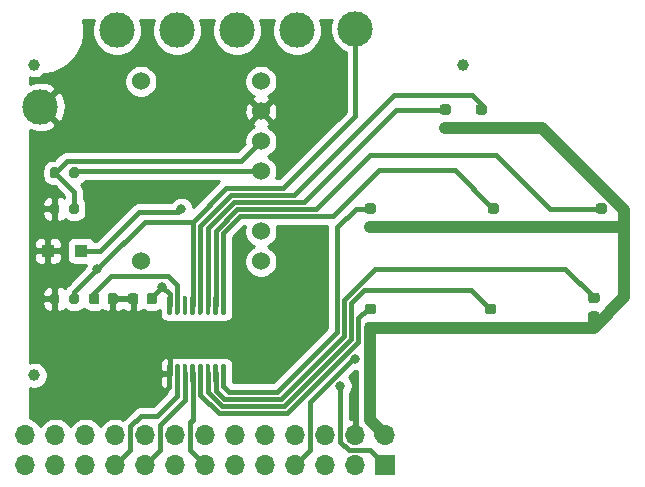
<source format=gbr>
G04 #@! TF.GenerationSoftware,KiCad,Pcbnew,(5.1.9)-1*
G04 #@! TF.CreationDate,2021-02-24T11:41:24+09:00*
G04 #@! TF.ProjectId,body,626f6479-2e6b-4696-9361-645f70636258,rev?*
G04 #@! TF.SameCoordinates,Original*
G04 #@! TF.FileFunction,Copper,L1,Top*
G04 #@! TF.FilePolarity,Positive*
%FSLAX46Y46*%
G04 Gerber Fmt 4.6, Leading zero omitted, Abs format (unit mm)*
G04 Created by KiCad (PCBNEW (5.1.9)-1) date 2021-02-24 11:41:24*
%MOMM*%
%LPD*%
G01*
G04 APERTURE LIST*
G04 #@! TA.AperFunction,SMDPad,CuDef*
%ADD10C,1.000000*%
G04 #@! TD*
G04 #@! TA.AperFunction,ComponentPad*
%ADD11C,3.000000*%
G04 #@! TD*
G04 #@! TA.AperFunction,ComponentPad*
%ADD12C,1.524000*%
G04 #@! TD*
G04 #@! TA.AperFunction,SMDPad,CuDef*
%ADD13R,1.100000X1.100000*%
G04 #@! TD*
G04 #@! TA.AperFunction,ComponentPad*
%ADD14R,1.700000X1.700000*%
G04 #@! TD*
G04 #@! TA.AperFunction,ComponentPad*
%ADD15O,1.700000X1.700000*%
G04 #@! TD*
G04 #@! TA.AperFunction,ViaPad*
%ADD16C,0.800000*%
G04 #@! TD*
G04 #@! TA.AperFunction,Conductor*
%ADD17C,0.400000*%
G04 #@! TD*
G04 #@! TA.AperFunction,Conductor*
%ADD18C,1.000000*%
G04 #@! TD*
G04 #@! TA.AperFunction,Conductor*
%ADD19C,0.254000*%
G04 #@! TD*
G04 #@! TA.AperFunction,Conductor*
%ADD20C,0.100000*%
G04 #@! TD*
G04 APERTURE END LIST*
D10*
X62992000Y-27432000D03*
X26670000Y-27432000D03*
X26670000Y-53721000D03*
D11*
X43815000Y-24511000D03*
X27178000Y-30988000D03*
D12*
X35687000Y-28829000D03*
X35687000Y-44069000D03*
X45847000Y-44069000D03*
X45847000Y-41529000D03*
X45847000Y-36449000D03*
X45847000Y-33909000D03*
X45847000Y-31369000D03*
X45847000Y-28829000D03*
D13*
X27810000Y-43180000D03*
X30610000Y-43180000D03*
G04 #@! TA.AperFunction,SMDPad,CuDef*
G36*
G01*
X29635000Y-39899000D02*
X29635000Y-39349000D01*
G75*
G02*
X29835000Y-39149000I200000J0D01*
G01*
X30235000Y-39149000D01*
G75*
G02*
X30435000Y-39349000I0J-200000D01*
G01*
X30435000Y-39899000D01*
G75*
G02*
X30235000Y-40099000I-200000J0D01*
G01*
X29835000Y-40099000D01*
G75*
G02*
X29635000Y-39899000I0J200000D01*
G01*
G37*
G04 #@! TD.AperFunction*
G04 #@! TA.AperFunction,SMDPad,CuDef*
G36*
G01*
X27985000Y-39899000D02*
X27985000Y-39349000D01*
G75*
G02*
X28185000Y-39149000I200000J0D01*
G01*
X28585000Y-39149000D01*
G75*
G02*
X28785000Y-39349000I0J-200000D01*
G01*
X28785000Y-39899000D01*
G75*
G02*
X28585000Y-40099000I-200000J0D01*
G01*
X28185000Y-40099000D01*
G75*
G02*
X27985000Y-39899000I0J200000D01*
G01*
G37*
G04 #@! TD.AperFunction*
G04 #@! TA.AperFunction,SMDPad,CuDef*
G36*
G01*
X29635000Y-47519000D02*
X29635000Y-46969000D01*
G75*
G02*
X29835000Y-46769000I200000J0D01*
G01*
X30235000Y-46769000D01*
G75*
G02*
X30435000Y-46969000I0J-200000D01*
G01*
X30435000Y-47519000D01*
G75*
G02*
X30235000Y-47719000I-200000J0D01*
G01*
X29835000Y-47719000D01*
G75*
G02*
X29635000Y-47519000I0J200000D01*
G01*
G37*
G04 #@! TD.AperFunction*
G04 #@! TA.AperFunction,SMDPad,CuDef*
G36*
G01*
X27985000Y-47519000D02*
X27985000Y-46969000D01*
G75*
G02*
X28185000Y-46769000I200000J0D01*
G01*
X28585000Y-46769000D01*
G75*
G02*
X28785000Y-46969000I0J-200000D01*
G01*
X28785000Y-47519000D01*
G75*
G02*
X28585000Y-47719000I-200000J0D01*
G01*
X28185000Y-47719000D01*
G75*
G02*
X27985000Y-47519000I0J200000D01*
G01*
G37*
G04 #@! TD.AperFunction*
G04 #@! TA.AperFunction,SMDPad,CuDef*
G36*
G01*
X29635000Y-36851000D02*
X29635000Y-36301000D01*
G75*
G02*
X29835000Y-36101000I200000J0D01*
G01*
X30235000Y-36101000D01*
G75*
G02*
X30435000Y-36301000I0J-200000D01*
G01*
X30435000Y-36851000D01*
G75*
G02*
X30235000Y-37051000I-200000J0D01*
G01*
X29835000Y-37051000D01*
G75*
G02*
X29635000Y-36851000I0J200000D01*
G01*
G37*
G04 #@! TD.AperFunction*
G04 #@! TA.AperFunction,SMDPad,CuDef*
G36*
G01*
X27985000Y-36851000D02*
X27985000Y-36301000D01*
G75*
G02*
X28185000Y-36101000I200000J0D01*
G01*
X28585000Y-36101000D01*
G75*
G02*
X28785000Y-36301000I0J-200000D01*
G01*
X28785000Y-36851000D01*
G75*
G02*
X28585000Y-37051000I-200000J0D01*
G01*
X28185000Y-37051000D01*
G75*
G02*
X27985000Y-36851000I0J200000D01*
G01*
G37*
G04 #@! TD.AperFunction*
D14*
X56388000Y-61341000D03*
D15*
X56388000Y-58801000D03*
X53848000Y-61341000D03*
X53848000Y-58801000D03*
X51308000Y-61341000D03*
X51308000Y-58801000D03*
X48768000Y-61341000D03*
X48768000Y-58801000D03*
X46228000Y-61341000D03*
X46228000Y-58801000D03*
X43688000Y-61341000D03*
X43688000Y-58801000D03*
X41148000Y-61341000D03*
X41148000Y-58801000D03*
X38608000Y-61341000D03*
X38608000Y-58801000D03*
X36068000Y-61341000D03*
X36068000Y-58801000D03*
X33528000Y-61341000D03*
X33528000Y-58801000D03*
X30988000Y-61341000D03*
X30988000Y-58801000D03*
X28448000Y-61341000D03*
X28448000Y-58801000D03*
X25908000Y-61341000D03*
X25908000Y-58801000D03*
D11*
X53848000Y-24384000D03*
X48895000Y-24511000D03*
X33655000Y-24511000D03*
X38735000Y-24511000D03*
G04 #@! TA.AperFunction,SMDPad,CuDef*
G36*
G01*
X35464000Y-46987750D02*
X35464000Y-47500250D01*
G75*
G02*
X35245250Y-47719000I-218750J0D01*
G01*
X34807750Y-47719000D01*
G75*
G02*
X34589000Y-47500250I0J218750D01*
G01*
X34589000Y-46987750D01*
G75*
G02*
X34807750Y-46769000I218750J0D01*
G01*
X35245250Y-46769000D01*
G75*
G02*
X35464000Y-46987750I0J-218750D01*
G01*
G37*
G04 #@! TD.AperFunction*
G04 #@! TA.AperFunction,SMDPad,CuDef*
G36*
G01*
X37039000Y-46987750D02*
X37039000Y-47500250D01*
G75*
G02*
X36820250Y-47719000I-218750J0D01*
G01*
X36382750Y-47719000D01*
G75*
G02*
X36164000Y-47500250I0J218750D01*
G01*
X36164000Y-46987750D01*
G75*
G02*
X36382750Y-46769000I218750J0D01*
G01*
X36820250Y-46769000D01*
G75*
G02*
X37039000Y-46987750I0J-218750D01*
G01*
G37*
G04 #@! TD.AperFunction*
G04 #@! TA.AperFunction,SMDPad,CuDef*
G36*
G01*
X32162000Y-46987750D02*
X32162000Y-47500250D01*
G75*
G02*
X31943250Y-47719000I-218750J0D01*
G01*
X31505750Y-47719000D01*
G75*
G02*
X31287000Y-47500250I0J218750D01*
G01*
X31287000Y-46987750D01*
G75*
G02*
X31505750Y-46769000I218750J0D01*
G01*
X31943250Y-46769000D01*
G75*
G02*
X32162000Y-46987750I0J-218750D01*
G01*
G37*
G04 #@! TD.AperFunction*
G04 #@! TA.AperFunction,SMDPad,CuDef*
G36*
G01*
X33737000Y-46987750D02*
X33737000Y-47500250D01*
G75*
G02*
X33518250Y-47719000I-218750J0D01*
G01*
X33080750Y-47719000D01*
G75*
G02*
X32862000Y-47500250I0J218750D01*
G01*
X32862000Y-46987750D01*
G75*
G02*
X33080750Y-46769000I218750J0D01*
G01*
X33518250Y-46769000D01*
G75*
G02*
X33737000Y-46987750I0J-218750D01*
G01*
G37*
G04 #@! TD.AperFunction*
G04 #@! TA.AperFunction,SMDPad,CuDef*
G36*
G01*
X65021750Y-49245000D02*
X65534250Y-49245000D01*
G75*
G02*
X65753000Y-49463750I0J-218750D01*
G01*
X65753000Y-49901250D01*
G75*
G02*
X65534250Y-50120000I-218750J0D01*
G01*
X65021750Y-50120000D01*
G75*
G02*
X64803000Y-49901250I0J218750D01*
G01*
X64803000Y-49463750D01*
G75*
G02*
X65021750Y-49245000I218750J0D01*
G01*
G37*
G04 #@! TD.AperFunction*
G04 #@! TA.AperFunction,SMDPad,CuDef*
G36*
G01*
X65021750Y-47670000D02*
X65534250Y-47670000D01*
G75*
G02*
X65753000Y-47888750I0J-218750D01*
G01*
X65753000Y-48326250D01*
G75*
G02*
X65534250Y-48545000I-218750J0D01*
G01*
X65021750Y-48545000D01*
G75*
G02*
X64803000Y-48326250I0J218750D01*
G01*
X64803000Y-47888750D01*
G75*
G02*
X65021750Y-47670000I218750J0D01*
G01*
G37*
G04 #@! TD.AperFunction*
G04 #@! TA.AperFunction,SMDPad,CuDef*
G36*
G01*
X64259750Y-30779000D02*
X64772250Y-30779000D01*
G75*
G02*
X64991000Y-30997750I0J-218750D01*
G01*
X64991000Y-31435250D01*
G75*
G02*
X64772250Y-31654000I-218750J0D01*
G01*
X64259750Y-31654000D01*
G75*
G02*
X64041000Y-31435250I0J218750D01*
G01*
X64041000Y-30997750D01*
G75*
G02*
X64259750Y-30779000I218750J0D01*
G01*
G37*
G04 #@! TD.AperFunction*
G04 #@! TA.AperFunction,SMDPad,CuDef*
G36*
G01*
X64259750Y-32354000D02*
X64772250Y-32354000D01*
G75*
G02*
X64991000Y-32572750I0J-218750D01*
G01*
X64991000Y-33010250D01*
G75*
G02*
X64772250Y-33229000I-218750J0D01*
G01*
X64259750Y-33229000D01*
G75*
G02*
X64041000Y-33010250I0J218750D01*
G01*
X64041000Y-32572750D01*
G75*
G02*
X64259750Y-32354000I218750J0D01*
G01*
G37*
G04 #@! TD.AperFunction*
G04 #@! TA.AperFunction,SMDPad,CuDef*
G36*
G01*
X74419750Y-40736000D02*
X74932250Y-40736000D01*
G75*
G02*
X75151000Y-40954750I0J-218750D01*
G01*
X75151000Y-41392250D01*
G75*
G02*
X74932250Y-41611000I-218750J0D01*
G01*
X74419750Y-41611000D01*
G75*
G02*
X74201000Y-41392250I0J218750D01*
G01*
X74201000Y-40954750D01*
G75*
G02*
X74419750Y-40736000I218750J0D01*
G01*
G37*
G04 #@! TD.AperFunction*
G04 #@! TA.AperFunction,SMDPad,CuDef*
G36*
G01*
X74419750Y-39161000D02*
X74932250Y-39161000D01*
G75*
G02*
X75151000Y-39379750I0J-218750D01*
G01*
X75151000Y-39817250D01*
G75*
G02*
X74932250Y-40036000I-218750J0D01*
G01*
X74419750Y-40036000D01*
G75*
G02*
X74201000Y-39817250I0J218750D01*
G01*
X74201000Y-39379750D01*
G75*
G02*
X74419750Y-39161000I218750J0D01*
G01*
G37*
G04 #@! TD.AperFunction*
G04 #@! TA.AperFunction,SMDPad,CuDef*
G36*
G01*
X54861750Y-49245000D02*
X55374250Y-49245000D01*
G75*
G02*
X55593000Y-49463750I0J-218750D01*
G01*
X55593000Y-49901250D01*
G75*
G02*
X55374250Y-50120000I-218750J0D01*
G01*
X54861750Y-50120000D01*
G75*
G02*
X54643000Y-49901250I0J218750D01*
G01*
X54643000Y-49463750D01*
G75*
G02*
X54861750Y-49245000I218750J0D01*
G01*
G37*
G04 #@! TD.AperFunction*
G04 #@! TA.AperFunction,SMDPad,CuDef*
G36*
G01*
X54861750Y-47670000D02*
X55374250Y-47670000D01*
G75*
G02*
X55593000Y-47888750I0J-218750D01*
G01*
X55593000Y-48326250D01*
G75*
G02*
X55374250Y-48545000I-218750J0D01*
G01*
X54861750Y-48545000D01*
G75*
G02*
X54643000Y-48326250I0J218750D01*
G01*
X54643000Y-47888750D01*
G75*
G02*
X54861750Y-47670000I218750J0D01*
G01*
G37*
G04 #@! TD.AperFunction*
G04 #@! TA.AperFunction,SMDPad,CuDef*
G36*
G01*
X54861750Y-40736000D02*
X55374250Y-40736000D01*
G75*
G02*
X55593000Y-40954750I0J-218750D01*
G01*
X55593000Y-41392250D01*
G75*
G02*
X55374250Y-41611000I-218750J0D01*
G01*
X54861750Y-41611000D01*
G75*
G02*
X54643000Y-41392250I0J218750D01*
G01*
X54643000Y-40954750D01*
G75*
G02*
X54861750Y-40736000I218750J0D01*
G01*
G37*
G04 #@! TD.AperFunction*
G04 #@! TA.AperFunction,SMDPad,CuDef*
G36*
G01*
X54861750Y-39161000D02*
X55374250Y-39161000D01*
G75*
G02*
X55593000Y-39379750I0J-218750D01*
G01*
X55593000Y-39817250D01*
G75*
G02*
X55374250Y-40036000I-218750J0D01*
G01*
X54861750Y-40036000D01*
G75*
G02*
X54643000Y-39817250I0J218750D01*
G01*
X54643000Y-39379750D01*
G75*
G02*
X54861750Y-39161000I218750J0D01*
G01*
G37*
G04 #@! TD.AperFunction*
G04 #@! TA.AperFunction,SMDPad,CuDef*
G36*
G01*
X65275750Y-40736000D02*
X65788250Y-40736000D01*
G75*
G02*
X66007000Y-40954750I0J-218750D01*
G01*
X66007000Y-41392250D01*
G75*
G02*
X65788250Y-41611000I-218750J0D01*
G01*
X65275750Y-41611000D01*
G75*
G02*
X65057000Y-41392250I0J218750D01*
G01*
X65057000Y-40954750D01*
G75*
G02*
X65275750Y-40736000I218750J0D01*
G01*
G37*
G04 #@! TD.AperFunction*
G04 #@! TA.AperFunction,SMDPad,CuDef*
G36*
G01*
X65275750Y-39161000D02*
X65788250Y-39161000D01*
G75*
G02*
X66007000Y-39379750I0J-218750D01*
G01*
X66007000Y-39817250D01*
G75*
G02*
X65788250Y-40036000I-218750J0D01*
G01*
X65275750Y-40036000D01*
G75*
G02*
X65057000Y-39817250I0J218750D01*
G01*
X65057000Y-39379750D01*
G75*
G02*
X65275750Y-39161000I218750J0D01*
G01*
G37*
G04 #@! TD.AperFunction*
G04 #@! TA.AperFunction,SMDPad,CuDef*
G36*
G01*
X73784750Y-48305200D02*
X74297250Y-48305200D01*
G75*
G02*
X74516000Y-48523950I0J-218750D01*
G01*
X74516000Y-48961450D01*
G75*
G02*
X74297250Y-49180200I-218750J0D01*
G01*
X73784750Y-49180200D01*
G75*
G02*
X73566000Y-48961450I0J218750D01*
G01*
X73566000Y-48523950D01*
G75*
G02*
X73784750Y-48305200I218750J0D01*
G01*
G37*
G04 #@! TD.AperFunction*
G04 #@! TA.AperFunction,SMDPad,CuDef*
G36*
G01*
X73784750Y-46730200D02*
X74297250Y-46730200D01*
G75*
G02*
X74516000Y-46948950I0J-218750D01*
G01*
X74516000Y-47386450D01*
G75*
G02*
X74297250Y-47605200I-218750J0D01*
G01*
X73784750Y-47605200D01*
G75*
G02*
X73566000Y-47386450I0J218750D01*
G01*
X73566000Y-46948950D01*
G75*
G02*
X73784750Y-46730200I218750J0D01*
G01*
G37*
G04 #@! TD.AperFunction*
G04 #@! TA.AperFunction,SMDPad,CuDef*
G36*
G01*
X61211750Y-32354000D02*
X61724250Y-32354000D01*
G75*
G02*
X61943000Y-32572750I0J-218750D01*
G01*
X61943000Y-33010250D01*
G75*
G02*
X61724250Y-33229000I-218750J0D01*
G01*
X61211750Y-33229000D01*
G75*
G02*
X60993000Y-33010250I0J218750D01*
G01*
X60993000Y-32572750D01*
G75*
G02*
X61211750Y-32354000I218750J0D01*
G01*
G37*
G04 #@! TD.AperFunction*
G04 #@! TA.AperFunction,SMDPad,CuDef*
G36*
G01*
X61211750Y-30779000D02*
X61724250Y-30779000D01*
G75*
G02*
X61943000Y-30997750I0J-218750D01*
G01*
X61943000Y-31435250D01*
G75*
G02*
X61724250Y-31654000I-218750J0D01*
G01*
X61211750Y-31654000D01*
G75*
G02*
X60993000Y-31435250I0J218750D01*
G01*
X60993000Y-30997750D01*
G75*
G02*
X61211750Y-30779000I218750J0D01*
G01*
G37*
G04 #@! TD.AperFunction*
G04 #@! TA.AperFunction,SMDPad,CuDef*
G36*
G01*
X41636001Y-52173000D02*
X39135999Y-52173000D01*
G75*
G02*
X38886000Y-51923001I0J249999D01*
G01*
X38886000Y-49422999D01*
G75*
G02*
X39135999Y-49173000I249999J0D01*
G01*
X41636001Y-49173000D01*
G75*
G02*
X41886000Y-49422999I0J-249999D01*
G01*
X41886000Y-51923001D01*
G75*
G02*
X41636001Y-52173000I-249999J0D01*
G01*
G37*
G04 #@! TD.AperFunction*
G04 #@! TA.AperFunction,SMDPad,CuDef*
G36*
G01*
X38211000Y-54323000D02*
X38011000Y-54323000D01*
G75*
G02*
X37911000Y-54223000I0J100000D01*
G01*
X37911000Y-52873000D01*
G75*
G02*
X38011000Y-52773000I100000J0D01*
G01*
X38211000Y-52773000D01*
G75*
G02*
X38311000Y-52873000I0J-100000D01*
G01*
X38311000Y-54223000D01*
G75*
G02*
X38211000Y-54323000I-100000J0D01*
G01*
G37*
G04 #@! TD.AperFunction*
G04 #@! TA.AperFunction,SMDPad,CuDef*
G36*
G01*
X38861000Y-54323000D02*
X38661000Y-54323000D01*
G75*
G02*
X38561000Y-54223000I0J100000D01*
G01*
X38561000Y-52873000D01*
G75*
G02*
X38661000Y-52773000I100000J0D01*
G01*
X38861000Y-52773000D01*
G75*
G02*
X38961000Y-52873000I0J-100000D01*
G01*
X38961000Y-54223000D01*
G75*
G02*
X38861000Y-54323000I-100000J0D01*
G01*
G37*
G04 #@! TD.AperFunction*
G04 #@! TA.AperFunction,SMDPad,CuDef*
G36*
G01*
X39511000Y-54323000D02*
X39311000Y-54323000D01*
G75*
G02*
X39211000Y-54223000I0J100000D01*
G01*
X39211000Y-52873000D01*
G75*
G02*
X39311000Y-52773000I100000J0D01*
G01*
X39511000Y-52773000D01*
G75*
G02*
X39611000Y-52873000I0J-100000D01*
G01*
X39611000Y-54223000D01*
G75*
G02*
X39511000Y-54323000I-100000J0D01*
G01*
G37*
G04 #@! TD.AperFunction*
G04 #@! TA.AperFunction,SMDPad,CuDef*
G36*
G01*
X40161000Y-54323000D02*
X39961000Y-54323000D01*
G75*
G02*
X39861000Y-54223000I0J100000D01*
G01*
X39861000Y-52873000D01*
G75*
G02*
X39961000Y-52773000I100000J0D01*
G01*
X40161000Y-52773000D01*
G75*
G02*
X40261000Y-52873000I0J-100000D01*
G01*
X40261000Y-54223000D01*
G75*
G02*
X40161000Y-54323000I-100000J0D01*
G01*
G37*
G04 #@! TD.AperFunction*
G04 #@! TA.AperFunction,SMDPad,CuDef*
G36*
G01*
X40811000Y-54323000D02*
X40611000Y-54323000D01*
G75*
G02*
X40511000Y-54223000I0J100000D01*
G01*
X40511000Y-52873000D01*
G75*
G02*
X40611000Y-52773000I100000J0D01*
G01*
X40811000Y-52773000D01*
G75*
G02*
X40911000Y-52873000I0J-100000D01*
G01*
X40911000Y-54223000D01*
G75*
G02*
X40811000Y-54323000I-100000J0D01*
G01*
G37*
G04 #@! TD.AperFunction*
G04 #@! TA.AperFunction,SMDPad,CuDef*
G36*
G01*
X41461000Y-54323000D02*
X41261000Y-54323000D01*
G75*
G02*
X41161000Y-54223000I0J100000D01*
G01*
X41161000Y-52873000D01*
G75*
G02*
X41261000Y-52773000I100000J0D01*
G01*
X41461000Y-52773000D01*
G75*
G02*
X41561000Y-52873000I0J-100000D01*
G01*
X41561000Y-54223000D01*
G75*
G02*
X41461000Y-54323000I-100000J0D01*
G01*
G37*
G04 #@! TD.AperFunction*
G04 #@! TA.AperFunction,SMDPad,CuDef*
G36*
G01*
X42111000Y-54323000D02*
X41911000Y-54323000D01*
G75*
G02*
X41811000Y-54223000I0J100000D01*
G01*
X41811000Y-52873000D01*
G75*
G02*
X41911000Y-52773000I100000J0D01*
G01*
X42111000Y-52773000D01*
G75*
G02*
X42211000Y-52873000I0J-100000D01*
G01*
X42211000Y-54223000D01*
G75*
G02*
X42111000Y-54323000I-100000J0D01*
G01*
G37*
G04 #@! TD.AperFunction*
G04 #@! TA.AperFunction,SMDPad,CuDef*
G36*
G01*
X42761000Y-54323000D02*
X42561000Y-54323000D01*
G75*
G02*
X42461000Y-54223000I0J100000D01*
G01*
X42461000Y-52873000D01*
G75*
G02*
X42561000Y-52773000I100000J0D01*
G01*
X42761000Y-52773000D01*
G75*
G02*
X42861000Y-52873000I0J-100000D01*
G01*
X42861000Y-54223000D01*
G75*
G02*
X42761000Y-54323000I-100000J0D01*
G01*
G37*
G04 #@! TD.AperFunction*
G04 #@! TA.AperFunction,SMDPad,CuDef*
G36*
G01*
X42761000Y-48573000D02*
X42561000Y-48573000D01*
G75*
G02*
X42461000Y-48473000I0J100000D01*
G01*
X42461000Y-47123000D01*
G75*
G02*
X42561000Y-47023000I100000J0D01*
G01*
X42761000Y-47023000D01*
G75*
G02*
X42861000Y-47123000I0J-100000D01*
G01*
X42861000Y-48473000D01*
G75*
G02*
X42761000Y-48573000I-100000J0D01*
G01*
G37*
G04 #@! TD.AperFunction*
G04 #@! TA.AperFunction,SMDPad,CuDef*
G36*
G01*
X42111000Y-48573000D02*
X41911000Y-48573000D01*
G75*
G02*
X41811000Y-48473000I0J100000D01*
G01*
X41811000Y-47123000D01*
G75*
G02*
X41911000Y-47023000I100000J0D01*
G01*
X42111000Y-47023000D01*
G75*
G02*
X42211000Y-47123000I0J-100000D01*
G01*
X42211000Y-48473000D01*
G75*
G02*
X42111000Y-48573000I-100000J0D01*
G01*
G37*
G04 #@! TD.AperFunction*
G04 #@! TA.AperFunction,SMDPad,CuDef*
G36*
G01*
X41461000Y-48573000D02*
X41261000Y-48573000D01*
G75*
G02*
X41161000Y-48473000I0J100000D01*
G01*
X41161000Y-47123000D01*
G75*
G02*
X41261000Y-47023000I100000J0D01*
G01*
X41461000Y-47023000D01*
G75*
G02*
X41561000Y-47123000I0J-100000D01*
G01*
X41561000Y-48473000D01*
G75*
G02*
X41461000Y-48573000I-100000J0D01*
G01*
G37*
G04 #@! TD.AperFunction*
G04 #@! TA.AperFunction,SMDPad,CuDef*
G36*
G01*
X40811000Y-48573000D02*
X40611000Y-48573000D01*
G75*
G02*
X40511000Y-48473000I0J100000D01*
G01*
X40511000Y-47123000D01*
G75*
G02*
X40611000Y-47023000I100000J0D01*
G01*
X40811000Y-47023000D01*
G75*
G02*
X40911000Y-47123000I0J-100000D01*
G01*
X40911000Y-48473000D01*
G75*
G02*
X40811000Y-48573000I-100000J0D01*
G01*
G37*
G04 #@! TD.AperFunction*
G04 #@! TA.AperFunction,SMDPad,CuDef*
G36*
G01*
X40161000Y-48573000D02*
X39961000Y-48573000D01*
G75*
G02*
X39861000Y-48473000I0J100000D01*
G01*
X39861000Y-47123000D01*
G75*
G02*
X39961000Y-47023000I100000J0D01*
G01*
X40161000Y-47023000D01*
G75*
G02*
X40261000Y-47123000I0J-100000D01*
G01*
X40261000Y-48473000D01*
G75*
G02*
X40161000Y-48573000I-100000J0D01*
G01*
G37*
G04 #@! TD.AperFunction*
G04 #@! TA.AperFunction,SMDPad,CuDef*
G36*
G01*
X39511000Y-48573000D02*
X39311000Y-48573000D01*
G75*
G02*
X39211000Y-48473000I0J100000D01*
G01*
X39211000Y-47123000D01*
G75*
G02*
X39311000Y-47023000I100000J0D01*
G01*
X39511000Y-47023000D01*
G75*
G02*
X39611000Y-47123000I0J-100000D01*
G01*
X39611000Y-48473000D01*
G75*
G02*
X39511000Y-48573000I-100000J0D01*
G01*
G37*
G04 #@! TD.AperFunction*
G04 #@! TA.AperFunction,SMDPad,CuDef*
G36*
G01*
X38861000Y-48573000D02*
X38661000Y-48573000D01*
G75*
G02*
X38561000Y-48473000I0J100000D01*
G01*
X38561000Y-47123000D01*
G75*
G02*
X38661000Y-47023000I100000J0D01*
G01*
X38861000Y-47023000D01*
G75*
G02*
X38961000Y-47123000I0J-100000D01*
G01*
X38961000Y-48473000D01*
G75*
G02*
X38861000Y-48573000I-100000J0D01*
G01*
G37*
G04 #@! TD.AperFunction*
G04 #@! TA.AperFunction,SMDPad,CuDef*
G36*
G01*
X38211000Y-48573000D02*
X38011000Y-48573000D01*
G75*
G02*
X37911000Y-48473000I0J100000D01*
G01*
X37911000Y-47123000D01*
G75*
G02*
X38011000Y-47023000I100000J0D01*
G01*
X38211000Y-47023000D01*
G75*
G02*
X38311000Y-47123000I0J-100000D01*
G01*
X38311000Y-48473000D01*
G75*
G02*
X38211000Y-48573000I-100000J0D01*
G01*
G37*
G04 #@! TD.AperFunction*
D16*
X44450000Y-49530000D03*
X44450000Y-50800000D03*
X44450000Y-52070000D03*
X45720000Y-52070000D03*
X45720000Y-50800000D03*
X45720000Y-49530000D03*
X36830000Y-49530000D03*
X36830000Y-50800000D03*
X36830000Y-52070000D03*
X35560000Y-52070000D03*
X35560000Y-50800000D03*
X35560000Y-49530000D03*
X31750000Y-33020000D03*
X38100000Y-34290000D03*
X41402000Y-25908000D03*
X49530000Y-44450000D03*
X26797000Y-41402000D03*
X40894000Y-37846000D03*
X51054000Y-28702000D03*
X37465000Y-46228000D03*
X52578000Y-54609976D03*
X32004000Y-44704000D03*
X53848000Y-52324000D03*
X39116000Y-39624000D03*
D17*
X40259000Y-50800000D02*
X40386000Y-50673000D01*
X38111000Y-53548000D02*
X38111000Y-52335000D01*
X38100000Y-54737000D02*
X37465000Y-55372000D01*
X38100000Y-53616000D02*
X38100000Y-54737000D01*
X38111000Y-53605000D02*
X38100000Y-53616000D01*
X37465000Y-55372000D02*
X35941000Y-55372000D01*
X38111000Y-53548000D02*
X38111000Y-53605000D01*
X38100000Y-47787000D02*
X38111000Y-47798000D01*
X30162000Y-36449000D02*
X30035000Y-36576000D01*
X45847000Y-36449000D02*
X30162000Y-36449000D01*
X36728500Y-47371000D02*
X36601500Y-47244000D01*
X38111000Y-47798000D02*
X38111000Y-47636000D01*
X38111000Y-47798000D02*
X38111000Y-46874000D01*
X38111000Y-46874000D02*
X37465000Y-46228000D01*
X56388000Y-61341000D02*
X55118000Y-60071000D01*
X55118000Y-60071000D02*
X53267998Y-60071000D01*
X53267998Y-60071000D02*
X52578000Y-59381002D01*
X52578000Y-59381002D02*
X52578000Y-54609976D01*
X36601500Y-47091500D02*
X37465000Y-46228000D01*
X36601500Y-47244000D02*
X36601500Y-47091500D01*
D18*
X61468000Y-32791500D02*
X64516000Y-32791500D01*
X69643326Y-32791500D02*
X76581000Y-39729174D01*
X64516000Y-32791500D02*
X69643326Y-32791500D01*
X74676000Y-41173500D02*
X65532000Y-41173500D01*
X65532000Y-41173500D02*
X55118000Y-41173500D01*
X76581000Y-41148000D02*
X76555500Y-41173500D01*
X76555500Y-41173500D02*
X74676000Y-41173500D01*
X76581000Y-39729174D02*
X76581000Y-41148000D01*
X55118000Y-49682500D02*
X65278000Y-49682500D01*
X65278000Y-49682500D02*
X72491500Y-49682500D01*
X72491500Y-49682500D02*
X73101200Y-49682500D01*
X74041000Y-49657000D02*
X74066500Y-49682500D01*
X74041000Y-48742700D02*
X74041000Y-49657000D01*
X72491500Y-49682500D02*
X74066500Y-49682500D01*
X55118000Y-57531000D02*
X55753000Y-58166000D01*
X55118000Y-49682500D02*
X55118000Y-57531000D01*
X55118000Y-57531000D02*
X55957990Y-58370990D01*
X55957990Y-58370990D02*
X55957990Y-58801000D01*
X76581000Y-47117000D02*
X76581000Y-39729174D01*
X74015500Y-49682500D02*
X76581000Y-47117000D01*
X74066500Y-49682500D02*
X74015500Y-49682500D01*
D17*
X41361000Y-41275542D02*
X41361000Y-47798000D01*
X43590520Y-39046022D02*
X41361000Y-41275542D01*
X49472978Y-39046022D02*
X43590520Y-39046022D01*
X57302500Y-31216500D02*
X49472978Y-39046022D01*
X61468000Y-31216500D02*
X57302500Y-31216500D01*
X64516000Y-30779000D02*
X64516000Y-31216500D01*
X63709000Y-29972000D02*
X64516000Y-30779000D01*
X57150000Y-29972000D02*
X63709000Y-29972000D01*
X48675989Y-38446011D02*
X57150000Y-29972000D01*
X43341987Y-38446011D02*
X48675989Y-38446011D01*
X40711000Y-41076998D02*
X43341987Y-38446011D01*
X40711000Y-47798000D02*
X40711000Y-41076998D01*
X53873500Y-39598500D02*
X55118000Y-39598500D01*
X52301970Y-50060030D02*
X52301970Y-41170030D01*
X47244000Y-55118000D02*
X52301970Y-50060030D01*
X43180000Y-55118000D02*
X47244000Y-55118000D01*
X42661000Y-54599000D02*
X43180000Y-55118000D01*
X52301970Y-41170030D02*
X53873500Y-39598500D01*
X42661000Y-53548000D02*
X42661000Y-54599000D01*
X55880000Y-36322000D02*
X62255500Y-36322000D01*
X51955956Y-40246044D02*
X55880000Y-36322000D01*
X62255500Y-36322000D02*
X65532000Y-39598500D01*
X44087582Y-40246044D02*
X51955956Y-40246044D01*
X42661000Y-41672626D02*
X44087582Y-40246044D01*
X42661000Y-47798000D02*
X42661000Y-41672626D01*
X70332500Y-39598500D02*
X74676000Y-39598500D01*
X65786000Y-35052000D02*
X70332500Y-39598500D01*
X50523967Y-39646033D02*
X55118000Y-35052000D01*
X55118000Y-35052000D02*
X65786000Y-35052000D01*
X43839051Y-39646033D02*
X50523967Y-39646033D01*
X42011000Y-41474084D02*
X43839051Y-39646033D01*
X42011000Y-47798000D02*
X42011000Y-41474084D01*
X54102000Y-50885998D02*
X54102000Y-48895000D01*
X54102000Y-48895000D02*
X54889500Y-48107500D01*
X48069968Y-56918030D02*
X54102000Y-50885998D01*
X54889500Y-48107500D02*
X55118000Y-48107500D01*
X40711000Y-55362084D02*
X42266946Y-56918030D01*
X42266946Y-56918030D02*
X48069968Y-56918030D01*
X40711000Y-53548000D02*
X40711000Y-55362084D01*
X53501990Y-47590010D02*
X54610000Y-46482000D01*
X53501990Y-50637466D02*
X53501990Y-47590010D01*
X54610000Y-46482000D02*
X63652500Y-46482000D01*
X42515478Y-56318020D02*
X47821436Y-56318020D01*
X41361000Y-55163542D02*
X42515478Y-56318020D01*
X63652500Y-46482000D02*
X65278000Y-48107500D01*
X47821436Y-56318020D02*
X53501990Y-50637466D01*
X41361000Y-53548000D02*
X41361000Y-55163542D01*
X42060990Y-53796990D02*
X42011000Y-53747000D01*
X42764010Y-55718010D02*
X42060990Y-55014990D01*
X42011000Y-53747000D02*
X42011000Y-53548000D01*
X47572904Y-55718010D02*
X42764010Y-55718010D01*
X52901980Y-50388934D02*
X47572904Y-55718010D01*
X52901980Y-47341478D02*
X52901980Y-50388934D01*
X55539458Y-44704000D02*
X52901980Y-47341478D01*
X42060990Y-55014990D02*
X42060990Y-53796990D01*
X74041000Y-47117000D02*
X71628000Y-44704000D01*
X71628000Y-44704000D02*
X55539458Y-44704000D01*
X74041000Y-47167700D02*
X74041000Y-47117000D01*
X53848000Y-31496000D02*
X53848000Y-24384000D01*
X53848000Y-31750000D02*
X53848000Y-31496000D01*
X47752000Y-37846000D02*
X53848000Y-31750000D01*
X42926000Y-37846000D02*
X47752000Y-37846000D01*
X40061000Y-40711000D02*
X42926000Y-37846000D01*
X40061000Y-47798000D02*
X40061000Y-40711000D01*
X30035000Y-46673000D02*
X32004000Y-44704000D01*
X30035000Y-47244000D02*
X30035000Y-46673000D01*
X32004000Y-44831000D02*
X32004000Y-44704000D01*
X32403999Y-44304001D02*
X32004000Y-44704000D01*
X40061000Y-40711000D02*
X35997000Y-40711000D01*
X35997000Y-40711000D02*
X32403999Y-44304001D01*
X39878000Y-60071000D02*
X41148000Y-61341000D01*
X39878000Y-60071000D02*
X39878000Y-57658000D01*
X40061000Y-57475000D02*
X39878000Y-57658000D01*
X40061000Y-53548000D02*
X40061000Y-57475000D01*
X39411000Y-55839000D02*
X39411000Y-53548000D01*
X37338000Y-57912000D02*
X39411000Y-55839000D01*
X37338000Y-60071000D02*
X37338000Y-57912000D01*
X36068000Y-61341000D02*
X37338000Y-60071000D01*
X34798000Y-60071000D02*
X33528000Y-61341000D01*
X34798000Y-58039000D02*
X34798000Y-60071000D01*
X35687000Y-57150000D02*
X34798000Y-58039000D01*
X37084000Y-57150000D02*
X35687000Y-57150000D01*
X38761000Y-55473000D02*
X37084000Y-57150000D01*
X38761000Y-53548000D02*
X38761000Y-55473000D01*
X31724500Y-46769000D02*
X31724500Y-47244000D01*
X33154500Y-45339000D02*
X31724500Y-46769000D01*
X38014004Y-45339000D02*
X33154500Y-45339000D01*
X38761000Y-46085996D02*
X38014004Y-45339000D01*
X38761000Y-47798000D02*
X38761000Y-46085996D01*
X53679974Y-52324000D02*
X53848000Y-52324000D01*
X50038000Y-55965974D02*
X53679974Y-52324000D01*
X50038000Y-60071000D02*
X50038000Y-55965974D01*
X48768000Y-61341000D02*
X50038000Y-60071000D01*
X38862000Y-39878000D02*
X39116000Y-39624000D01*
X35531000Y-39878000D02*
X38862000Y-39878000D01*
X32229000Y-43180000D02*
X35531000Y-39878000D01*
X30610000Y-43180000D02*
X32229000Y-43180000D01*
X29401000Y-35560000D02*
X28385000Y-36576000D01*
X44196000Y-35560000D02*
X29401000Y-35560000D01*
X45847000Y-33909000D02*
X44196000Y-35560000D01*
X30035000Y-39624000D02*
X30035000Y-38163000D01*
X28448000Y-36576000D02*
X28385000Y-36576000D01*
X30035000Y-38163000D02*
X28448000Y-36576000D01*
D19*
X42417009Y-49196890D02*
X42545000Y-49209496D01*
X42545000Y-52136504D01*
X42417009Y-52149110D01*
X42336000Y-52173684D01*
X42254991Y-52149110D01*
X42111000Y-52134928D01*
X41911000Y-52134928D01*
X41767009Y-52149110D01*
X41686000Y-52173684D01*
X41604991Y-52149110D01*
X41461000Y-52134928D01*
X41261000Y-52134928D01*
X41117009Y-52149110D01*
X41036000Y-52173684D01*
X40954991Y-52149110D01*
X40811000Y-52134928D01*
X40611000Y-52134928D01*
X40467009Y-52149110D01*
X40386000Y-52173684D01*
X40304991Y-52149110D01*
X40161000Y-52134928D01*
X39961000Y-52134928D01*
X39817009Y-52149110D01*
X39736000Y-52173684D01*
X39654991Y-52149110D01*
X39511000Y-52134928D01*
X39311000Y-52134928D01*
X39167009Y-52149110D01*
X39086000Y-52173684D01*
X39004991Y-52149110D01*
X38861000Y-52134928D01*
X38661000Y-52134928D01*
X38517009Y-52149110D01*
X38378552Y-52191110D01*
X38367533Y-52197000D01*
X37973000Y-52197000D01*
X37973000Y-49207329D01*
X38011000Y-49211072D01*
X38211000Y-49211072D01*
X38354991Y-49196890D01*
X38436000Y-49172316D01*
X38517009Y-49196890D01*
X38661000Y-49211072D01*
X38861000Y-49211072D01*
X39004991Y-49196890D01*
X39086000Y-49172316D01*
X39167009Y-49196890D01*
X39311000Y-49211072D01*
X39511000Y-49211072D01*
X39654991Y-49196890D01*
X39736000Y-49172316D01*
X39817009Y-49196890D01*
X39961000Y-49211072D01*
X40161000Y-49211072D01*
X40304991Y-49196890D01*
X40386000Y-49172316D01*
X40467009Y-49196890D01*
X40611000Y-49211072D01*
X40811000Y-49211072D01*
X40954991Y-49196890D01*
X41036000Y-49172316D01*
X41117009Y-49196890D01*
X41261000Y-49211072D01*
X41461000Y-49211072D01*
X41604991Y-49196890D01*
X41686000Y-49172316D01*
X41767009Y-49196890D01*
X41911000Y-49211072D01*
X42111000Y-49211072D01*
X42254991Y-49196890D01*
X42336000Y-49172316D01*
X42417009Y-49196890D01*
G04 #@! TA.AperFunction,Conductor*
D20*
G36*
X42417009Y-49196890D02*
G01*
X42545000Y-49209496D01*
X42545000Y-52136504D01*
X42417009Y-52149110D01*
X42336000Y-52173684D01*
X42254991Y-52149110D01*
X42111000Y-52134928D01*
X41911000Y-52134928D01*
X41767009Y-52149110D01*
X41686000Y-52173684D01*
X41604991Y-52149110D01*
X41461000Y-52134928D01*
X41261000Y-52134928D01*
X41117009Y-52149110D01*
X41036000Y-52173684D01*
X40954991Y-52149110D01*
X40811000Y-52134928D01*
X40611000Y-52134928D01*
X40467009Y-52149110D01*
X40386000Y-52173684D01*
X40304991Y-52149110D01*
X40161000Y-52134928D01*
X39961000Y-52134928D01*
X39817009Y-52149110D01*
X39736000Y-52173684D01*
X39654991Y-52149110D01*
X39511000Y-52134928D01*
X39311000Y-52134928D01*
X39167009Y-52149110D01*
X39086000Y-52173684D01*
X39004991Y-52149110D01*
X38861000Y-52134928D01*
X38661000Y-52134928D01*
X38517009Y-52149110D01*
X38378552Y-52191110D01*
X38367533Y-52197000D01*
X37973000Y-52197000D01*
X37973000Y-49207329D01*
X38011000Y-49211072D01*
X38211000Y-49211072D01*
X38354991Y-49196890D01*
X38436000Y-49172316D01*
X38517009Y-49196890D01*
X38661000Y-49211072D01*
X38861000Y-49211072D01*
X39004991Y-49196890D01*
X39086000Y-49172316D01*
X39167009Y-49196890D01*
X39311000Y-49211072D01*
X39511000Y-49211072D01*
X39654991Y-49196890D01*
X39736000Y-49172316D01*
X39817009Y-49196890D01*
X39961000Y-49211072D01*
X40161000Y-49211072D01*
X40304991Y-49196890D01*
X40386000Y-49172316D01*
X40467009Y-49196890D01*
X40611000Y-49211072D01*
X40811000Y-49211072D01*
X40954991Y-49196890D01*
X41036000Y-49172316D01*
X41117009Y-49196890D01*
X41261000Y-49211072D01*
X41461000Y-49211072D01*
X41604991Y-49196890D01*
X41686000Y-49172316D01*
X41767009Y-49196890D01*
X41911000Y-49211072D01*
X42111000Y-49211072D01*
X42254991Y-49196890D01*
X42336000Y-49172316D01*
X42417009Y-49196890D01*
G37*
G04 #@! TD.AperFunction*
D19*
X53983001Y-57475239D02*
X53982857Y-57476698D01*
X53975000Y-57480845D01*
X53975000Y-58674000D01*
X53995000Y-58674000D01*
X53995000Y-58928000D01*
X53975000Y-58928000D01*
X53975000Y-58948000D01*
X53721000Y-58948000D01*
X53721000Y-58928000D01*
X53701000Y-58928000D01*
X53701000Y-58674000D01*
X53721000Y-58674000D01*
X53721000Y-57480845D01*
X53491110Y-57359524D01*
X53413000Y-57383216D01*
X53413000Y-55223261D01*
X53495205Y-55100232D01*
X53573226Y-54911874D01*
X53613000Y-54711915D01*
X53613000Y-54508037D01*
X53573226Y-54308078D01*
X53495205Y-54119720D01*
X53381937Y-53950202D01*
X53308288Y-53876553D01*
X53825842Y-53359000D01*
X53949939Y-53359000D01*
X53983000Y-53352424D01*
X53983001Y-57475239D01*
G04 #@! TA.AperFunction,Conductor*
D20*
G36*
X53983001Y-57475239D02*
G01*
X53982857Y-57476698D01*
X53975000Y-57480845D01*
X53975000Y-58674000D01*
X53995000Y-58674000D01*
X53995000Y-58928000D01*
X53975000Y-58928000D01*
X53975000Y-58948000D01*
X53721000Y-58948000D01*
X53721000Y-58928000D01*
X53701000Y-58928000D01*
X53701000Y-58674000D01*
X53721000Y-58674000D01*
X53721000Y-57480845D01*
X53491110Y-57359524D01*
X53413000Y-57383216D01*
X53413000Y-55223261D01*
X53495205Y-55100232D01*
X53573226Y-54911874D01*
X53613000Y-54711915D01*
X53613000Y-54508037D01*
X53573226Y-54308078D01*
X53495205Y-54119720D01*
X53381937Y-53950202D01*
X53308288Y-53876553D01*
X53825842Y-53359000D01*
X53949939Y-53359000D01*
X53983000Y-53352424D01*
X53983001Y-57475239D01*
G37*
G04 #@! TD.AperFunction*
D19*
X51795047Y-23761244D02*
X51713000Y-24173721D01*
X51713000Y-24594279D01*
X51795047Y-25006756D01*
X51955988Y-25395302D01*
X52189637Y-25744983D01*
X52487017Y-26042363D01*
X52836698Y-26276012D01*
X53013001Y-26349039D01*
X53013000Y-31404131D01*
X47406133Y-37011000D01*
X47126314Y-37011000D01*
X47190314Y-36856490D01*
X47244000Y-36586592D01*
X47244000Y-36311408D01*
X47190314Y-36041510D01*
X47085005Y-35787273D01*
X46932120Y-35558465D01*
X46737535Y-35363880D01*
X46508727Y-35210995D01*
X46431485Y-35179000D01*
X46508727Y-35147005D01*
X46737535Y-34994120D01*
X46932120Y-34799535D01*
X47085005Y-34570727D01*
X47190314Y-34316490D01*
X47244000Y-34046592D01*
X47244000Y-33771408D01*
X47190314Y-33501510D01*
X47085005Y-33247273D01*
X46932120Y-33018465D01*
X46737535Y-32823880D01*
X46508727Y-32670995D01*
X46437057Y-32641308D01*
X46450023Y-32636636D01*
X46565980Y-32574656D01*
X46632960Y-32334565D01*
X45847000Y-31548605D01*
X45061040Y-32334565D01*
X45128020Y-32574656D01*
X45263760Y-32638485D01*
X45185273Y-32670995D01*
X44956465Y-32823880D01*
X44761880Y-33018465D01*
X44608995Y-33247273D01*
X44503686Y-33501510D01*
X44450000Y-33771408D01*
X44450000Y-34046592D01*
X44463031Y-34112101D01*
X43850133Y-34725000D01*
X29442018Y-34725000D01*
X29401000Y-34720960D01*
X29359981Y-34725000D01*
X29237311Y-34737082D01*
X29079913Y-34784828D01*
X28934854Y-34862364D01*
X28807709Y-34966709D01*
X28781561Y-34998571D01*
X28317204Y-35462928D01*
X28185000Y-35462928D01*
X28021500Y-35479031D01*
X27864284Y-35526722D01*
X27719392Y-35604169D01*
X27592394Y-35708394D01*
X27488169Y-35835392D01*
X27410722Y-35980284D01*
X27363031Y-36137500D01*
X27346928Y-36301000D01*
X27346928Y-36851000D01*
X27363031Y-37014500D01*
X27410722Y-37171716D01*
X27488169Y-37316608D01*
X27592394Y-37443606D01*
X27719392Y-37547831D01*
X27864284Y-37625278D01*
X28021500Y-37672969D01*
X28185000Y-37689072D01*
X28380204Y-37689072D01*
X29200001Y-38508869D01*
X29200001Y-38668119D01*
X29139494Y-38618463D01*
X29029180Y-38559498D01*
X28909482Y-38523188D01*
X28785000Y-38510928D01*
X28670750Y-38514000D01*
X28512000Y-38672750D01*
X28512000Y-39497000D01*
X28532000Y-39497000D01*
X28532000Y-39751000D01*
X28512000Y-39751000D01*
X28512000Y-40575250D01*
X28670750Y-40734000D01*
X28785000Y-40737072D01*
X28909482Y-40724812D01*
X29029180Y-40688502D01*
X29139494Y-40629537D01*
X29236185Y-40550185D01*
X29267410Y-40512137D01*
X29369392Y-40595831D01*
X29514284Y-40673278D01*
X29671500Y-40720969D01*
X29835000Y-40737072D01*
X30235000Y-40737072D01*
X30398500Y-40720969D01*
X30555716Y-40673278D01*
X30700608Y-40595831D01*
X30827606Y-40491606D01*
X30931831Y-40364608D01*
X31009278Y-40219716D01*
X31056969Y-40062500D01*
X31073072Y-39899000D01*
X31073072Y-39349000D01*
X31056969Y-39185500D01*
X31009278Y-39028284D01*
X30931831Y-38883392D01*
X30870000Y-38808051D01*
X30870000Y-38204018D01*
X30874040Y-38163000D01*
X30857918Y-37999311D01*
X30810172Y-37841913D01*
X30732636Y-37696854D01*
X30654439Y-37601570D01*
X30654437Y-37601568D01*
X30637861Y-37581370D01*
X30700608Y-37547831D01*
X30827606Y-37443606D01*
X30931831Y-37316608D01*
X30949260Y-37284000D01*
X42307029Y-37284000D01*
X42306563Y-37284568D01*
X40137407Y-39453725D01*
X40111226Y-39322102D01*
X40033205Y-39133744D01*
X39919937Y-38964226D01*
X39775774Y-38820063D01*
X39606256Y-38706795D01*
X39417898Y-38628774D01*
X39217939Y-38589000D01*
X39014061Y-38589000D01*
X38814102Y-38628774D01*
X38625744Y-38706795D01*
X38456226Y-38820063D01*
X38312063Y-38964226D01*
X38259428Y-39043000D01*
X35572018Y-39043000D01*
X35530999Y-39038960D01*
X35489981Y-39043000D01*
X35367311Y-39055082D01*
X35209913Y-39102828D01*
X35064854Y-39180364D01*
X34937709Y-39284709D01*
X34911561Y-39316571D01*
X31883133Y-42345000D01*
X31727683Y-42345000D01*
X31690537Y-42275506D01*
X31611185Y-42178815D01*
X31514494Y-42099463D01*
X31404180Y-42040498D01*
X31284482Y-42004188D01*
X31160000Y-41991928D01*
X30060000Y-41991928D01*
X29935518Y-42004188D01*
X29815820Y-42040498D01*
X29705506Y-42099463D01*
X29608815Y-42178815D01*
X29529463Y-42275506D01*
X29470498Y-42385820D01*
X29434188Y-42505518D01*
X29421928Y-42630000D01*
X29421928Y-43730000D01*
X29434188Y-43854482D01*
X29470498Y-43974180D01*
X29529463Y-44084494D01*
X29608815Y-44181185D01*
X29705506Y-44260537D01*
X29815820Y-44319502D01*
X29935518Y-44355812D01*
X30060000Y-44368072D01*
X31022870Y-44368072D01*
X31008774Y-44402102D01*
X30979908Y-44547225D01*
X29473574Y-46053559D01*
X29441710Y-46079709D01*
X29386164Y-46147392D01*
X29337364Y-46206855D01*
X29336615Y-46208257D01*
X29261540Y-46348710D01*
X29236185Y-46317815D01*
X29139494Y-46238463D01*
X29029180Y-46179498D01*
X28909482Y-46143188D01*
X28785000Y-46130928D01*
X28670750Y-46134000D01*
X28512000Y-46292750D01*
X28512000Y-47117000D01*
X28532000Y-47117000D01*
X28532000Y-47371000D01*
X28512000Y-47371000D01*
X28512000Y-48195250D01*
X28670750Y-48354000D01*
X28785000Y-48357072D01*
X28909482Y-48344812D01*
X29029180Y-48308502D01*
X29139494Y-48249537D01*
X29236185Y-48170185D01*
X29267410Y-48132137D01*
X29369392Y-48215831D01*
X29514284Y-48293278D01*
X29671500Y-48340969D01*
X29835000Y-48357072D01*
X30235000Y-48357072D01*
X30398500Y-48340969D01*
X30555716Y-48293278D01*
X30700608Y-48215831D01*
X30827606Y-48111606D01*
X30865999Y-48064824D01*
X30899885Y-48106115D01*
X31029725Y-48212671D01*
X31177858Y-48291850D01*
X31338592Y-48340608D01*
X31505750Y-48357072D01*
X31943250Y-48357072D01*
X32110408Y-48340608D01*
X32271142Y-48291850D01*
X32419275Y-48212671D01*
X32440930Y-48194900D01*
X32507506Y-48249537D01*
X32617820Y-48308502D01*
X32737518Y-48344812D01*
X32862000Y-48357072D01*
X33013750Y-48354000D01*
X33172500Y-48195250D01*
X33172500Y-47371000D01*
X33426500Y-47371000D01*
X33426500Y-48195250D01*
X33585250Y-48354000D01*
X33737000Y-48357072D01*
X33861482Y-48344812D01*
X33981180Y-48308502D01*
X34091494Y-48249537D01*
X34163000Y-48190854D01*
X34234506Y-48249537D01*
X34344820Y-48308502D01*
X34464518Y-48344812D01*
X34589000Y-48357072D01*
X34740750Y-48354000D01*
X34899500Y-48195250D01*
X34899500Y-47371000D01*
X33426500Y-47371000D01*
X33172500Y-47371000D01*
X33152500Y-47371000D01*
X33152500Y-47117000D01*
X33172500Y-47117000D01*
X33172500Y-47097000D01*
X33426500Y-47097000D01*
X33426500Y-47117000D01*
X34899500Y-47117000D01*
X34899500Y-47097000D01*
X35153500Y-47097000D01*
X35153500Y-47117000D01*
X35173500Y-47117000D01*
X35173500Y-47371000D01*
X35153500Y-47371000D01*
X35153500Y-48195250D01*
X35312250Y-48354000D01*
X35464000Y-48357072D01*
X35588482Y-48344812D01*
X35708180Y-48308502D01*
X35818494Y-48249537D01*
X35885070Y-48194900D01*
X35906725Y-48212671D01*
X36054858Y-48291850D01*
X36215592Y-48340608D01*
X36382750Y-48357072D01*
X36820250Y-48357072D01*
X36987408Y-48340608D01*
X37148142Y-48291850D01*
X37272928Y-48225150D01*
X37272928Y-48473000D01*
X37287110Y-48616991D01*
X37329110Y-48755448D01*
X37397316Y-48883051D01*
X37489104Y-48994896D01*
X37600949Y-49086684D01*
X37728552Y-49154890D01*
X37867009Y-49196890D01*
X38011000Y-49211072D01*
X38211000Y-49211072D01*
X38248015Y-49207426D01*
X38251000Y-50387250D01*
X38409750Y-50546000D01*
X40259000Y-50546000D01*
X40259000Y-50526000D01*
X40513000Y-50526000D01*
X40513000Y-50546000D01*
X42362250Y-50546000D01*
X42521000Y-50387250D01*
X42523985Y-49207426D01*
X42561000Y-49211072D01*
X42761000Y-49211072D01*
X42904991Y-49196890D01*
X43043448Y-49154890D01*
X43171051Y-49086684D01*
X43282896Y-48994896D01*
X43374684Y-48883051D01*
X43442890Y-48755448D01*
X43484890Y-48616991D01*
X43499072Y-48473000D01*
X43499072Y-47123000D01*
X43496000Y-47091810D01*
X43496000Y-42018493D01*
X44433451Y-41081044D01*
X44520448Y-41081044D01*
X44503686Y-41121510D01*
X44450000Y-41391408D01*
X44450000Y-41666592D01*
X44503686Y-41936490D01*
X44608995Y-42190727D01*
X44761880Y-42419535D01*
X44956465Y-42614120D01*
X45185273Y-42767005D01*
X45262515Y-42799000D01*
X45185273Y-42830995D01*
X44956465Y-42983880D01*
X44761880Y-43178465D01*
X44608995Y-43407273D01*
X44503686Y-43661510D01*
X44450000Y-43931408D01*
X44450000Y-44206592D01*
X44503686Y-44476490D01*
X44608995Y-44730727D01*
X44761880Y-44959535D01*
X44956465Y-45154120D01*
X45185273Y-45307005D01*
X45439510Y-45412314D01*
X45709408Y-45466000D01*
X45984592Y-45466000D01*
X46254490Y-45412314D01*
X46508727Y-45307005D01*
X46737535Y-45154120D01*
X46932120Y-44959535D01*
X47085005Y-44730727D01*
X47190314Y-44476490D01*
X47244000Y-44206592D01*
X47244000Y-43931408D01*
X47190314Y-43661510D01*
X47085005Y-43407273D01*
X46932120Y-43178465D01*
X46737535Y-42983880D01*
X46508727Y-42830995D01*
X46431485Y-42799000D01*
X46508727Y-42767005D01*
X46737535Y-42614120D01*
X46932120Y-42419535D01*
X47085005Y-42190727D01*
X47190314Y-41936490D01*
X47244000Y-41666592D01*
X47244000Y-41391408D01*
X47190314Y-41121510D01*
X47173552Y-41081044D01*
X51471694Y-41081044D01*
X51462930Y-41170030D01*
X51466971Y-41211059D01*
X51466970Y-49714161D01*
X46898133Y-54283000D01*
X43525868Y-54283000D01*
X43496095Y-54253227D01*
X43499072Y-54223000D01*
X43499072Y-52873000D01*
X43484890Y-52729009D01*
X43442890Y-52590552D01*
X43374684Y-52462949D01*
X43282896Y-52351104D01*
X43171051Y-52259316D01*
X43043448Y-52191110D01*
X42904991Y-52149110D01*
X42761000Y-52134928D01*
X42561000Y-52134928D01*
X42523985Y-52138574D01*
X42521000Y-50958750D01*
X42362250Y-50800000D01*
X40513000Y-50800000D01*
X40513000Y-50820000D01*
X40259000Y-50820000D01*
X40259000Y-50800000D01*
X38409750Y-50800000D01*
X38251000Y-50958750D01*
X38247928Y-52173000D01*
X38253292Y-52227458D01*
X38184000Y-52296750D01*
X38184000Y-52314259D01*
X38139104Y-52351104D01*
X38047316Y-52462949D01*
X38038000Y-52480378D01*
X38038000Y-52296750D01*
X37879250Y-52138000D01*
X37777439Y-52149063D01*
X37658281Y-52187108D01*
X37548835Y-52247669D01*
X37453307Y-52328418D01*
X37375368Y-52426252D01*
X37318013Y-52537411D01*
X37283446Y-52657624D01*
X37272995Y-52782271D01*
X37276000Y-53262250D01*
X37434750Y-53421000D01*
X37922928Y-53421000D01*
X37922928Y-53675000D01*
X37434750Y-53675000D01*
X37276000Y-53833750D01*
X37272995Y-54313729D01*
X37283446Y-54438376D01*
X37318013Y-54558589D01*
X37375368Y-54669748D01*
X37453307Y-54767582D01*
X37548835Y-54848331D01*
X37658281Y-54908892D01*
X37777439Y-54946937D01*
X37879250Y-54958000D01*
X37926001Y-54911249D01*
X37926001Y-55127131D01*
X36738133Y-56315000D01*
X35728018Y-56315000D01*
X35687000Y-56310960D01*
X35645981Y-56315000D01*
X35523311Y-56327082D01*
X35365913Y-56374828D01*
X35220854Y-56452364D01*
X35093709Y-56556709D01*
X35067563Y-56588568D01*
X34236578Y-57419555D01*
X34204709Y-57445709D01*
X34187412Y-57466785D01*
X33961158Y-57373068D01*
X33674260Y-57316000D01*
X33381740Y-57316000D01*
X33094842Y-57373068D01*
X32824589Y-57485010D01*
X32581368Y-57647525D01*
X32374525Y-57854368D01*
X32258000Y-58028760D01*
X32141475Y-57854368D01*
X31934632Y-57647525D01*
X31691411Y-57485010D01*
X31421158Y-57373068D01*
X31134260Y-57316000D01*
X30841740Y-57316000D01*
X30554842Y-57373068D01*
X30284589Y-57485010D01*
X30041368Y-57647525D01*
X29834525Y-57854368D01*
X29718000Y-58028760D01*
X29601475Y-57854368D01*
X29394632Y-57647525D01*
X29151411Y-57485010D01*
X28881158Y-57373068D01*
X28594260Y-57316000D01*
X28301740Y-57316000D01*
X28014842Y-57373068D01*
X27744589Y-57485010D01*
X27501368Y-57647525D01*
X27294525Y-57854368D01*
X27178000Y-58028760D01*
X27061475Y-57854368D01*
X26854632Y-57647525D01*
X26611411Y-57485010D01*
X26341158Y-57373068D01*
X26273000Y-57359510D01*
X26273000Y-54785073D01*
X26338933Y-54812383D01*
X26558212Y-54856000D01*
X26781788Y-54856000D01*
X27001067Y-54812383D01*
X27207624Y-54726824D01*
X27393520Y-54602612D01*
X27551612Y-54444520D01*
X27675824Y-54258624D01*
X27761383Y-54052067D01*
X27805000Y-53832788D01*
X27805000Y-53609212D01*
X27761383Y-53389933D01*
X27675824Y-53183376D01*
X27551612Y-52997480D01*
X27393520Y-52839388D01*
X27207624Y-52715176D01*
X27001067Y-52629617D01*
X26781788Y-52586000D01*
X26558212Y-52586000D01*
X26338933Y-52629617D01*
X26273000Y-52656927D01*
X26273000Y-47719000D01*
X27346928Y-47719000D01*
X27359188Y-47843482D01*
X27395498Y-47963180D01*
X27454463Y-48073494D01*
X27533815Y-48170185D01*
X27630506Y-48249537D01*
X27740820Y-48308502D01*
X27860518Y-48344812D01*
X27985000Y-48357072D01*
X28099250Y-48354000D01*
X28258000Y-48195250D01*
X28258000Y-47371000D01*
X27508750Y-47371000D01*
X27350000Y-47529750D01*
X27346928Y-47719000D01*
X26273000Y-47719000D01*
X26273000Y-46769000D01*
X27346928Y-46769000D01*
X27350000Y-46958250D01*
X27508750Y-47117000D01*
X28258000Y-47117000D01*
X28258000Y-46292750D01*
X28099250Y-46134000D01*
X27985000Y-46130928D01*
X27860518Y-46143188D01*
X27740820Y-46179498D01*
X27630506Y-46238463D01*
X27533815Y-46317815D01*
X27454463Y-46414506D01*
X27395498Y-46524820D01*
X27359188Y-46644518D01*
X27346928Y-46769000D01*
X26273000Y-46769000D01*
X26273000Y-43730000D01*
X26621928Y-43730000D01*
X26634188Y-43854482D01*
X26670498Y-43974180D01*
X26729463Y-44084494D01*
X26808815Y-44181185D01*
X26905506Y-44260537D01*
X27015820Y-44319502D01*
X27135518Y-44355812D01*
X27260000Y-44368072D01*
X27524250Y-44365000D01*
X27683000Y-44206250D01*
X27683000Y-43307000D01*
X27937000Y-43307000D01*
X27937000Y-44206250D01*
X28095750Y-44365000D01*
X28360000Y-44368072D01*
X28484482Y-44355812D01*
X28604180Y-44319502D01*
X28714494Y-44260537D01*
X28811185Y-44181185D01*
X28890537Y-44084494D01*
X28949502Y-43974180D01*
X28985812Y-43854482D01*
X28998072Y-43730000D01*
X28995000Y-43465750D01*
X28836250Y-43307000D01*
X27937000Y-43307000D01*
X27683000Y-43307000D01*
X26783750Y-43307000D01*
X26625000Y-43465750D01*
X26621928Y-43730000D01*
X26273000Y-43730000D01*
X26273000Y-42630000D01*
X26621928Y-42630000D01*
X26625000Y-42894250D01*
X26783750Y-43053000D01*
X27683000Y-43053000D01*
X27683000Y-42153750D01*
X27937000Y-42153750D01*
X27937000Y-43053000D01*
X28836250Y-43053000D01*
X28995000Y-42894250D01*
X28998072Y-42630000D01*
X28985812Y-42505518D01*
X28949502Y-42385820D01*
X28890537Y-42275506D01*
X28811185Y-42178815D01*
X28714494Y-42099463D01*
X28604180Y-42040498D01*
X28484482Y-42004188D01*
X28360000Y-41991928D01*
X28095750Y-41995000D01*
X27937000Y-42153750D01*
X27683000Y-42153750D01*
X27524250Y-41995000D01*
X27260000Y-41991928D01*
X27135518Y-42004188D01*
X27015820Y-42040498D01*
X26905506Y-42099463D01*
X26808815Y-42178815D01*
X26729463Y-42275506D01*
X26670498Y-42385820D01*
X26634188Y-42505518D01*
X26621928Y-42630000D01*
X26273000Y-42630000D01*
X26273000Y-40099000D01*
X27346928Y-40099000D01*
X27359188Y-40223482D01*
X27395498Y-40343180D01*
X27454463Y-40453494D01*
X27533815Y-40550185D01*
X27630506Y-40629537D01*
X27740820Y-40688502D01*
X27860518Y-40724812D01*
X27985000Y-40737072D01*
X28099250Y-40734000D01*
X28258000Y-40575250D01*
X28258000Y-39751000D01*
X27508750Y-39751000D01*
X27350000Y-39909750D01*
X27346928Y-40099000D01*
X26273000Y-40099000D01*
X26273000Y-39149000D01*
X27346928Y-39149000D01*
X27350000Y-39338250D01*
X27508750Y-39497000D01*
X28258000Y-39497000D01*
X28258000Y-38672750D01*
X28099250Y-38514000D01*
X27985000Y-38510928D01*
X27860518Y-38523188D01*
X27740820Y-38559498D01*
X27630506Y-38618463D01*
X27533815Y-38697815D01*
X27454463Y-38794506D01*
X27395498Y-38904820D01*
X27359188Y-39024518D01*
X27346928Y-39149000D01*
X26273000Y-39149000D01*
X26273000Y-32923020D01*
X26396745Y-32986020D01*
X26801551Y-33100044D01*
X27220824Y-33132902D01*
X27638451Y-33083334D01*
X28038383Y-32953243D01*
X28334038Y-32795214D01*
X28490048Y-32479653D01*
X27178000Y-31167605D01*
X27163858Y-31181748D01*
X26984253Y-31002143D01*
X26998395Y-30988000D01*
X27357605Y-30988000D01*
X28669653Y-32300048D01*
X28985214Y-32144038D01*
X29176020Y-31769255D01*
X29268476Y-31441017D01*
X44445090Y-31441017D01*
X44486078Y-31713133D01*
X44579364Y-31972023D01*
X44641344Y-32087980D01*
X44881435Y-32154960D01*
X45667395Y-31369000D01*
X46026605Y-31369000D01*
X46812565Y-32154960D01*
X47052656Y-32087980D01*
X47169756Y-31838952D01*
X47236023Y-31571865D01*
X47248910Y-31296983D01*
X47207922Y-31024867D01*
X47114636Y-30765977D01*
X47052656Y-30650020D01*
X46812565Y-30583040D01*
X46026605Y-31369000D01*
X45667395Y-31369000D01*
X44881435Y-30583040D01*
X44641344Y-30650020D01*
X44524244Y-30899048D01*
X44457977Y-31166135D01*
X44445090Y-31441017D01*
X29268476Y-31441017D01*
X29290044Y-31364449D01*
X29322902Y-30945176D01*
X29273334Y-30527549D01*
X29143243Y-30127617D01*
X28985214Y-29831962D01*
X28669653Y-29675952D01*
X27357605Y-30988000D01*
X26998395Y-30988000D01*
X26984253Y-30973858D01*
X27163858Y-30794253D01*
X27178000Y-30808395D01*
X28490048Y-29496347D01*
X28334038Y-29180786D01*
X27959255Y-28989980D01*
X27554449Y-28875956D01*
X27135176Y-28843098D01*
X26717549Y-28892666D01*
X26317617Y-29022757D01*
X26273000Y-29046605D01*
X26273000Y-28691408D01*
X34290000Y-28691408D01*
X34290000Y-28966592D01*
X34343686Y-29236490D01*
X34448995Y-29490727D01*
X34601880Y-29719535D01*
X34796465Y-29914120D01*
X35025273Y-30067005D01*
X35279510Y-30172314D01*
X35549408Y-30226000D01*
X35824592Y-30226000D01*
X36094490Y-30172314D01*
X36348727Y-30067005D01*
X36577535Y-29914120D01*
X36772120Y-29719535D01*
X36925005Y-29490727D01*
X37030314Y-29236490D01*
X37084000Y-28966592D01*
X37084000Y-28691408D01*
X44450000Y-28691408D01*
X44450000Y-28966592D01*
X44503686Y-29236490D01*
X44608995Y-29490727D01*
X44761880Y-29719535D01*
X44956465Y-29914120D01*
X45185273Y-30067005D01*
X45256943Y-30096692D01*
X45243977Y-30101364D01*
X45128020Y-30163344D01*
X45061040Y-30403435D01*
X45847000Y-31189395D01*
X46632960Y-30403435D01*
X46565980Y-30163344D01*
X46430240Y-30099515D01*
X46508727Y-30067005D01*
X46737535Y-29914120D01*
X46932120Y-29719535D01*
X47085005Y-29490727D01*
X47190314Y-29236490D01*
X47244000Y-28966592D01*
X47244000Y-28691408D01*
X47190314Y-28421510D01*
X47085005Y-28167273D01*
X46932120Y-27938465D01*
X46737535Y-27743880D01*
X46508727Y-27590995D01*
X46254490Y-27485686D01*
X45984592Y-27432000D01*
X45709408Y-27432000D01*
X45439510Y-27485686D01*
X45185273Y-27590995D01*
X44956465Y-27743880D01*
X44761880Y-27938465D01*
X44608995Y-28167273D01*
X44503686Y-28421510D01*
X44450000Y-28691408D01*
X37084000Y-28691408D01*
X37030314Y-28421510D01*
X36925005Y-28167273D01*
X36772120Y-27938465D01*
X36577535Y-27743880D01*
X36348727Y-27590995D01*
X36094490Y-27485686D01*
X35824592Y-27432000D01*
X35549408Y-27432000D01*
X35279510Y-27485686D01*
X35025273Y-27590995D01*
X34796465Y-27743880D01*
X34601880Y-27938465D01*
X34448995Y-28167273D01*
X34343686Y-28421510D01*
X34290000Y-28691408D01*
X26273000Y-28691408D01*
X26273000Y-28496073D01*
X26338933Y-28523383D01*
X26558212Y-28567000D01*
X26781788Y-28567000D01*
X27001067Y-28523383D01*
X27207624Y-28437824D01*
X27393520Y-28313612D01*
X27469132Y-28238000D01*
X27545077Y-28238000D01*
X28265126Y-28094773D01*
X28943396Y-27813824D01*
X29553824Y-27405950D01*
X30072950Y-26886824D01*
X30480824Y-26276396D01*
X30761773Y-25598126D01*
X30905000Y-24878077D01*
X30905000Y-24143923D01*
X30797985Y-23605923D01*
X31718994Y-23605908D01*
X31602047Y-23888244D01*
X31520000Y-24300721D01*
X31520000Y-24721279D01*
X31602047Y-25133756D01*
X31762988Y-25522302D01*
X31996637Y-25871983D01*
X32294017Y-26169363D01*
X32643698Y-26403012D01*
X33032244Y-26563953D01*
X33444721Y-26646000D01*
X33865279Y-26646000D01*
X34277756Y-26563953D01*
X34666302Y-26403012D01*
X35015983Y-26169363D01*
X35313363Y-25871983D01*
X35547012Y-25522302D01*
X35707953Y-25133756D01*
X35790000Y-24721279D01*
X35790000Y-24300721D01*
X35707953Y-23888244D01*
X35590980Y-23605847D01*
X36799027Y-23605828D01*
X36682047Y-23888244D01*
X36600000Y-24300721D01*
X36600000Y-24721279D01*
X36682047Y-25133756D01*
X36842988Y-25522302D01*
X37076637Y-25871983D01*
X37374017Y-26169363D01*
X37723698Y-26403012D01*
X38112244Y-26563953D01*
X38524721Y-26646000D01*
X38945279Y-26646000D01*
X39357756Y-26563953D01*
X39746302Y-26403012D01*
X40095983Y-26169363D01*
X40393363Y-25871983D01*
X40627012Y-25522302D01*
X40787953Y-25133756D01*
X40870000Y-24721279D01*
X40870000Y-24300721D01*
X40787953Y-23888244D01*
X40670947Y-23605767D01*
X41879061Y-23605748D01*
X41762047Y-23888244D01*
X41680000Y-24300721D01*
X41680000Y-24721279D01*
X41762047Y-25133756D01*
X41922988Y-25522302D01*
X42156637Y-25871983D01*
X42454017Y-26169363D01*
X42803698Y-26403012D01*
X43192244Y-26563953D01*
X43604721Y-26646000D01*
X44025279Y-26646000D01*
X44437756Y-26563953D01*
X44826302Y-26403012D01*
X45175983Y-26169363D01*
X45473363Y-25871983D01*
X45707012Y-25522302D01*
X45867953Y-25133756D01*
X45950000Y-24721279D01*
X45950000Y-24300721D01*
X45867953Y-23888244D01*
X45750914Y-23605687D01*
X46959094Y-23605668D01*
X46842047Y-23888244D01*
X46760000Y-24300721D01*
X46760000Y-24721279D01*
X46842047Y-25133756D01*
X47002988Y-25522302D01*
X47236637Y-25871983D01*
X47534017Y-26169363D01*
X47883698Y-26403012D01*
X48272244Y-26563953D01*
X48684721Y-26646000D01*
X49105279Y-26646000D01*
X49517756Y-26563953D01*
X49906302Y-26403012D01*
X50255983Y-26169363D01*
X50553363Y-25871983D01*
X50787012Y-25522302D01*
X50947953Y-25133756D01*
X51030000Y-24721279D01*
X51030000Y-24300721D01*
X50947953Y-23888244D01*
X50830881Y-23605607D01*
X51859521Y-23605591D01*
X51795047Y-23761244D01*
G04 #@! TA.AperFunction,Conductor*
D20*
G36*
X51795047Y-23761244D02*
G01*
X51713000Y-24173721D01*
X51713000Y-24594279D01*
X51795047Y-25006756D01*
X51955988Y-25395302D01*
X52189637Y-25744983D01*
X52487017Y-26042363D01*
X52836698Y-26276012D01*
X53013001Y-26349039D01*
X53013000Y-31404131D01*
X47406133Y-37011000D01*
X47126314Y-37011000D01*
X47190314Y-36856490D01*
X47244000Y-36586592D01*
X47244000Y-36311408D01*
X47190314Y-36041510D01*
X47085005Y-35787273D01*
X46932120Y-35558465D01*
X46737535Y-35363880D01*
X46508727Y-35210995D01*
X46431485Y-35179000D01*
X46508727Y-35147005D01*
X46737535Y-34994120D01*
X46932120Y-34799535D01*
X47085005Y-34570727D01*
X47190314Y-34316490D01*
X47244000Y-34046592D01*
X47244000Y-33771408D01*
X47190314Y-33501510D01*
X47085005Y-33247273D01*
X46932120Y-33018465D01*
X46737535Y-32823880D01*
X46508727Y-32670995D01*
X46437057Y-32641308D01*
X46450023Y-32636636D01*
X46565980Y-32574656D01*
X46632960Y-32334565D01*
X45847000Y-31548605D01*
X45061040Y-32334565D01*
X45128020Y-32574656D01*
X45263760Y-32638485D01*
X45185273Y-32670995D01*
X44956465Y-32823880D01*
X44761880Y-33018465D01*
X44608995Y-33247273D01*
X44503686Y-33501510D01*
X44450000Y-33771408D01*
X44450000Y-34046592D01*
X44463031Y-34112101D01*
X43850133Y-34725000D01*
X29442018Y-34725000D01*
X29401000Y-34720960D01*
X29359981Y-34725000D01*
X29237311Y-34737082D01*
X29079913Y-34784828D01*
X28934854Y-34862364D01*
X28807709Y-34966709D01*
X28781561Y-34998571D01*
X28317204Y-35462928D01*
X28185000Y-35462928D01*
X28021500Y-35479031D01*
X27864284Y-35526722D01*
X27719392Y-35604169D01*
X27592394Y-35708394D01*
X27488169Y-35835392D01*
X27410722Y-35980284D01*
X27363031Y-36137500D01*
X27346928Y-36301000D01*
X27346928Y-36851000D01*
X27363031Y-37014500D01*
X27410722Y-37171716D01*
X27488169Y-37316608D01*
X27592394Y-37443606D01*
X27719392Y-37547831D01*
X27864284Y-37625278D01*
X28021500Y-37672969D01*
X28185000Y-37689072D01*
X28380204Y-37689072D01*
X29200001Y-38508869D01*
X29200001Y-38668119D01*
X29139494Y-38618463D01*
X29029180Y-38559498D01*
X28909482Y-38523188D01*
X28785000Y-38510928D01*
X28670750Y-38514000D01*
X28512000Y-38672750D01*
X28512000Y-39497000D01*
X28532000Y-39497000D01*
X28532000Y-39751000D01*
X28512000Y-39751000D01*
X28512000Y-40575250D01*
X28670750Y-40734000D01*
X28785000Y-40737072D01*
X28909482Y-40724812D01*
X29029180Y-40688502D01*
X29139494Y-40629537D01*
X29236185Y-40550185D01*
X29267410Y-40512137D01*
X29369392Y-40595831D01*
X29514284Y-40673278D01*
X29671500Y-40720969D01*
X29835000Y-40737072D01*
X30235000Y-40737072D01*
X30398500Y-40720969D01*
X30555716Y-40673278D01*
X30700608Y-40595831D01*
X30827606Y-40491606D01*
X30931831Y-40364608D01*
X31009278Y-40219716D01*
X31056969Y-40062500D01*
X31073072Y-39899000D01*
X31073072Y-39349000D01*
X31056969Y-39185500D01*
X31009278Y-39028284D01*
X30931831Y-38883392D01*
X30870000Y-38808051D01*
X30870000Y-38204018D01*
X30874040Y-38163000D01*
X30857918Y-37999311D01*
X30810172Y-37841913D01*
X30732636Y-37696854D01*
X30654439Y-37601570D01*
X30654437Y-37601568D01*
X30637861Y-37581370D01*
X30700608Y-37547831D01*
X30827606Y-37443606D01*
X30931831Y-37316608D01*
X30949260Y-37284000D01*
X42307029Y-37284000D01*
X42306563Y-37284568D01*
X40137407Y-39453725D01*
X40111226Y-39322102D01*
X40033205Y-39133744D01*
X39919937Y-38964226D01*
X39775774Y-38820063D01*
X39606256Y-38706795D01*
X39417898Y-38628774D01*
X39217939Y-38589000D01*
X39014061Y-38589000D01*
X38814102Y-38628774D01*
X38625744Y-38706795D01*
X38456226Y-38820063D01*
X38312063Y-38964226D01*
X38259428Y-39043000D01*
X35572018Y-39043000D01*
X35530999Y-39038960D01*
X35489981Y-39043000D01*
X35367311Y-39055082D01*
X35209913Y-39102828D01*
X35064854Y-39180364D01*
X34937709Y-39284709D01*
X34911561Y-39316571D01*
X31883133Y-42345000D01*
X31727683Y-42345000D01*
X31690537Y-42275506D01*
X31611185Y-42178815D01*
X31514494Y-42099463D01*
X31404180Y-42040498D01*
X31284482Y-42004188D01*
X31160000Y-41991928D01*
X30060000Y-41991928D01*
X29935518Y-42004188D01*
X29815820Y-42040498D01*
X29705506Y-42099463D01*
X29608815Y-42178815D01*
X29529463Y-42275506D01*
X29470498Y-42385820D01*
X29434188Y-42505518D01*
X29421928Y-42630000D01*
X29421928Y-43730000D01*
X29434188Y-43854482D01*
X29470498Y-43974180D01*
X29529463Y-44084494D01*
X29608815Y-44181185D01*
X29705506Y-44260537D01*
X29815820Y-44319502D01*
X29935518Y-44355812D01*
X30060000Y-44368072D01*
X31022870Y-44368072D01*
X31008774Y-44402102D01*
X30979908Y-44547225D01*
X29473574Y-46053559D01*
X29441710Y-46079709D01*
X29386164Y-46147392D01*
X29337364Y-46206855D01*
X29336615Y-46208257D01*
X29261540Y-46348710D01*
X29236185Y-46317815D01*
X29139494Y-46238463D01*
X29029180Y-46179498D01*
X28909482Y-46143188D01*
X28785000Y-46130928D01*
X28670750Y-46134000D01*
X28512000Y-46292750D01*
X28512000Y-47117000D01*
X28532000Y-47117000D01*
X28532000Y-47371000D01*
X28512000Y-47371000D01*
X28512000Y-48195250D01*
X28670750Y-48354000D01*
X28785000Y-48357072D01*
X28909482Y-48344812D01*
X29029180Y-48308502D01*
X29139494Y-48249537D01*
X29236185Y-48170185D01*
X29267410Y-48132137D01*
X29369392Y-48215831D01*
X29514284Y-48293278D01*
X29671500Y-48340969D01*
X29835000Y-48357072D01*
X30235000Y-48357072D01*
X30398500Y-48340969D01*
X30555716Y-48293278D01*
X30700608Y-48215831D01*
X30827606Y-48111606D01*
X30865999Y-48064824D01*
X30899885Y-48106115D01*
X31029725Y-48212671D01*
X31177858Y-48291850D01*
X31338592Y-48340608D01*
X31505750Y-48357072D01*
X31943250Y-48357072D01*
X32110408Y-48340608D01*
X32271142Y-48291850D01*
X32419275Y-48212671D01*
X32440930Y-48194900D01*
X32507506Y-48249537D01*
X32617820Y-48308502D01*
X32737518Y-48344812D01*
X32862000Y-48357072D01*
X33013750Y-48354000D01*
X33172500Y-48195250D01*
X33172500Y-47371000D01*
X33426500Y-47371000D01*
X33426500Y-48195250D01*
X33585250Y-48354000D01*
X33737000Y-48357072D01*
X33861482Y-48344812D01*
X33981180Y-48308502D01*
X34091494Y-48249537D01*
X34163000Y-48190854D01*
X34234506Y-48249537D01*
X34344820Y-48308502D01*
X34464518Y-48344812D01*
X34589000Y-48357072D01*
X34740750Y-48354000D01*
X34899500Y-48195250D01*
X34899500Y-47371000D01*
X33426500Y-47371000D01*
X33172500Y-47371000D01*
X33152500Y-47371000D01*
X33152500Y-47117000D01*
X33172500Y-47117000D01*
X33172500Y-47097000D01*
X33426500Y-47097000D01*
X33426500Y-47117000D01*
X34899500Y-47117000D01*
X34899500Y-47097000D01*
X35153500Y-47097000D01*
X35153500Y-47117000D01*
X35173500Y-47117000D01*
X35173500Y-47371000D01*
X35153500Y-47371000D01*
X35153500Y-48195250D01*
X35312250Y-48354000D01*
X35464000Y-48357072D01*
X35588482Y-48344812D01*
X35708180Y-48308502D01*
X35818494Y-48249537D01*
X35885070Y-48194900D01*
X35906725Y-48212671D01*
X36054858Y-48291850D01*
X36215592Y-48340608D01*
X36382750Y-48357072D01*
X36820250Y-48357072D01*
X36987408Y-48340608D01*
X37148142Y-48291850D01*
X37272928Y-48225150D01*
X37272928Y-48473000D01*
X37287110Y-48616991D01*
X37329110Y-48755448D01*
X37397316Y-48883051D01*
X37489104Y-48994896D01*
X37600949Y-49086684D01*
X37728552Y-49154890D01*
X37867009Y-49196890D01*
X38011000Y-49211072D01*
X38211000Y-49211072D01*
X38248015Y-49207426D01*
X38251000Y-50387250D01*
X38409750Y-50546000D01*
X40259000Y-50546000D01*
X40259000Y-50526000D01*
X40513000Y-50526000D01*
X40513000Y-50546000D01*
X42362250Y-50546000D01*
X42521000Y-50387250D01*
X42523985Y-49207426D01*
X42561000Y-49211072D01*
X42761000Y-49211072D01*
X42904991Y-49196890D01*
X43043448Y-49154890D01*
X43171051Y-49086684D01*
X43282896Y-48994896D01*
X43374684Y-48883051D01*
X43442890Y-48755448D01*
X43484890Y-48616991D01*
X43499072Y-48473000D01*
X43499072Y-47123000D01*
X43496000Y-47091810D01*
X43496000Y-42018493D01*
X44433451Y-41081044D01*
X44520448Y-41081044D01*
X44503686Y-41121510D01*
X44450000Y-41391408D01*
X44450000Y-41666592D01*
X44503686Y-41936490D01*
X44608995Y-42190727D01*
X44761880Y-42419535D01*
X44956465Y-42614120D01*
X45185273Y-42767005D01*
X45262515Y-42799000D01*
X45185273Y-42830995D01*
X44956465Y-42983880D01*
X44761880Y-43178465D01*
X44608995Y-43407273D01*
X44503686Y-43661510D01*
X44450000Y-43931408D01*
X44450000Y-44206592D01*
X44503686Y-44476490D01*
X44608995Y-44730727D01*
X44761880Y-44959535D01*
X44956465Y-45154120D01*
X45185273Y-45307005D01*
X45439510Y-45412314D01*
X45709408Y-45466000D01*
X45984592Y-45466000D01*
X46254490Y-45412314D01*
X46508727Y-45307005D01*
X46737535Y-45154120D01*
X46932120Y-44959535D01*
X47085005Y-44730727D01*
X47190314Y-44476490D01*
X47244000Y-44206592D01*
X47244000Y-43931408D01*
X47190314Y-43661510D01*
X47085005Y-43407273D01*
X46932120Y-43178465D01*
X46737535Y-42983880D01*
X46508727Y-42830995D01*
X46431485Y-42799000D01*
X46508727Y-42767005D01*
X46737535Y-42614120D01*
X46932120Y-42419535D01*
X47085005Y-42190727D01*
X47190314Y-41936490D01*
X47244000Y-41666592D01*
X47244000Y-41391408D01*
X47190314Y-41121510D01*
X47173552Y-41081044D01*
X51471694Y-41081044D01*
X51462930Y-41170030D01*
X51466971Y-41211059D01*
X51466970Y-49714161D01*
X46898133Y-54283000D01*
X43525868Y-54283000D01*
X43496095Y-54253227D01*
X43499072Y-54223000D01*
X43499072Y-52873000D01*
X43484890Y-52729009D01*
X43442890Y-52590552D01*
X43374684Y-52462949D01*
X43282896Y-52351104D01*
X43171051Y-52259316D01*
X43043448Y-52191110D01*
X42904991Y-52149110D01*
X42761000Y-52134928D01*
X42561000Y-52134928D01*
X42523985Y-52138574D01*
X42521000Y-50958750D01*
X42362250Y-50800000D01*
X40513000Y-50800000D01*
X40513000Y-50820000D01*
X40259000Y-50820000D01*
X40259000Y-50800000D01*
X38409750Y-50800000D01*
X38251000Y-50958750D01*
X38247928Y-52173000D01*
X38253292Y-52227458D01*
X38184000Y-52296750D01*
X38184000Y-52314259D01*
X38139104Y-52351104D01*
X38047316Y-52462949D01*
X38038000Y-52480378D01*
X38038000Y-52296750D01*
X37879250Y-52138000D01*
X37777439Y-52149063D01*
X37658281Y-52187108D01*
X37548835Y-52247669D01*
X37453307Y-52328418D01*
X37375368Y-52426252D01*
X37318013Y-52537411D01*
X37283446Y-52657624D01*
X37272995Y-52782271D01*
X37276000Y-53262250D01*
X37434750Y-53421000D01*
X37922928Y-53421000D01*
X37922928Y-53675000D01*
X37434750Y-53675000D01*
X37276000Y-53833750D01*
X37272995Y-54313729D01*
X37283446Y-54438376D01*
X37318013Y-54558589D01*
X37375368Y-54669748D01*
X37453307Y-54767582D01*
X37548835Y-54848331D01*
X37658281Y-54908892D01*
X37777439Y-54946937D01*
X37879250Y-54958000D01*
X37926001Y-54911249D01*
X37926001Y-55127131D01*
X36738133Y-56315000D01*
X35728018Y-56315000D01*
X35687000Y-56310960D01*
X35645981Y-56315000D01*
X35523311Y-56327082D01*
X35365913Y-56374828D01*
X35220854Y-56452364D01*
X35093709Y-56556709D01*
X35067563Y-56588568D01*
X34236578Y-57419555D01*
X34204709Y-57445709D01*
X34187412Y-57466785D01*
X33961158Y-57373068D01*
X33674260Y-57316000D01*
X33381740Y-57316000D01*
X33094842Y-57373068D01*
X32824589Y-57485010D01*
X32581368Y-57647525D01*
X32374525Y-57854368D01*
X32258000Y-58028760D01*
X32141475Y-57854368D01*
X31934632Y-57647525D01*
X31691411Y-57485010D01*
X31421158Y-57373068D01*
X31134260Y-57316000D01*
X30841740Y-57316000D01*
X30554842Y-57373068D01*
X30284589Y-57485010D01*
X30041368Y-57647525D01*
X29834525Y-57854368D01*
X29718000Y-58028760D01*
X29601475Y-57854368D01*
X29394632Y-57647525D01*
X29151411Y-57485010D01*
X28881158Y-57373068D01*
X28594260Y-57316000D01*
X28301740Y-57316000D01*
X28014842Y-57373068D01*
X27744589Y-57485010D01*
X27501368Y-57647525D01*
X27294525Y-57854368D01*
X27178000Y-58028760D01*
X27061475Y-57854368D01*
X26854632Y-57647525D01*
X26611411Y-57485010D01*
X26341158Y-57373068D01*
X26273000Y-57359510D01*
X26273000Y-54785073D01*
X26338933Y-54812383D01*
X26558212Y-54856000D01*
X26781788Y-54856000D01*
X27001067Y-54812383D01*
X27207624Y-54726824D01*
X27393520Y-54602612D01*
X27551612Y-54444520D01*
X27675824Y-54258624D01*
X27761383Y-54052067D01*
X27805000Y-53832788D01*
X27805000Y-53609212D01*
X27761383Y-53389933D01*
X27675824Y-53183376D01*
X27551612Y-52997480D01*
X27393520Y-52839388D01*
X27207624Y-52715176D01*
X27001067Y-52629617D01*
X26781788Y-52586000D01*
X26558212Y-52586000D01*
X26338933Y-52629617D01*
X26273000Y-52656927D01*
X26273000Y-47719000D01*
X27346928Y-47719000D01*
X27359188Y-47843482D01*
X27395498Y-47963180D01*
X27454463Y-48073494D01*
X27533815Y-48170185D01*
X27630506Y-48249537D01*
X27740820Y-48308502D01*
X27860518Y-48344812D01*
X27985000Y-48357072D01*
X28099250Y-48354000D01*
X28258000Y-48195250D01*
X28258000Y-47371000D01*
X27508750Y-47371000D01*
X27350000Y-47529750D01*
X27346928Y-47719000D01*
X26273000Y-47719000D01*
X26273000Y-46769000D01*
X27346928Y-46769000D01*
X27350000Y-46958250D01*
X27508750Y-47117000D01*
X28258000Y-47117000D01*
X28258000Y-46292750D01*
X28099250Y-46134000D01*
X27985000Y-46130928D01*
X27860518Y-46143188D01*
X27740820Y-46179498D01*
X27630506Y-46238463D01*
X27533815Y-46317815D01*
X27454463Y-46414506D01*
X27395498Y-46524820D01*
X27359188Y-46644518D01*
X27346928Y-46769000D01*
X26273000Y-46769000D01*
X26273000Y-43730000D01*
X26621928Y-43730000D01*
X26634188Y-43854482D01*
X26670498Y-43974180D01*
X26729463Y-44084494D01*
X26808815Y-44181185D01*
X26905506Y-44260537D01*
X27015820Y-44319502D01*
X27135518Y-44355812D01*
X27260000Y-44368072D01*
X27524250Y-44365000D01*
X27683000Y-44206250D01*
X27683000Y-43307000D01*
X27937000Y-43307000D01*
X27937000Y-44206250D01*
X28095750Y-44365000D01*
X28360000Y-44368072D01*
X28484482Y-44355812D01*
X28604180Y-44319502D01*
X28714494Y-44260537D01*
X28811185Y-44181185D01*
X28890537Y-44084494D01*
X28949502Y-43974180D01*
X28985812Y-43854482D01*
X28998072Y-43730000D01*
X28995000Y-43465750D01*
X28836250Y-43307000D01*
X27937000Y-43307000D01*
X27683000Y-43307000D01*
X26783750Y-43307000D01*
X26625000Y-43465750D01*
X26621928Y-43730000D01*
X26273000Y-43730000D01*
X26273000Y-42630000D01*
X26621928Y-42630000D01*
X26625000Y-42894250D01*
X26783750Y-43053000D01*
X27683000Y-43053000D01*
X27683000Y-42153750D01*
X27937000Y-42153750D01*
X27937000Y-43053000D01*
X28836250Y-43053000D01*
X28995000Y-42894250D01*
X28998072Y-42630000D01*
X28985812Y-42505518D01*
X28949502Y-42385820D01*
X28890537Y-42275506D01*
X28811185Y-42178815D01*
X28714494Y-42099463D01*
X28604180Y-42040498D01*
X28484482Y-42004188D01*
X28360000Y-41991928D01*
X28095750Y-41995000D01*
X27937000Y-42153750D01*
X27683000Y-42153750D01*
X27524250Y-41995000D01*
X27260000Y-41991928D01*
X27135518Y-42004188D01*
X27015820Y-42040498D01*
X26905506Y-42099463D01*
X26808815Y-42178815D01*
X26729463Y-42275506D01*
X26670498Y-42385820D01*
X26634188Y-42505518D01*
X26621928Y-42630000D01*
X26273000Y-42630000D01*
X26273000Y-40099000D01*
X27346928Y-40099000D01*
X27359188Y-40223482D01*
X27395498Y-40343180D01*
X27454463Y-40453494D01*
X27533815Y-40550185D01*
X27630506Y-40629537D01*
X27740820Y-40688502D01*
X27860518Y-40724812D01*
X27985000Y-40737072D01*
X28099250Y-40734000D01*
X28258000Y-40575250D01*
X28258000Y-39751000D01*
X27508750Y-39751000D01*
X27350000Y-39909750D01*
X27346928Y-40099000D01*
X26273000Y-40099000D01*
X26273000Y-39149000D01*
X27346928Y-39149000D01*
X27350000Y-39338250D01*
X27508750Y-39497000D01*
X28258000Y-39497000D01*
X28258000Y-38672750D01*
X28099250Y-38514000D01*
X27985000Y-38510928D01*
X27860518Y-38523188D01*
X27740820Y-38559498D01*
X27630506Y-38618463D01*
X27533815Y-38697815D01*
X27454463Y-38794506D01*
X27395498Y-38904820D01*
X27359188Y-39024518D01*
X27346928Y-39149000D01*
X26273000Y-39149000D01*
X26273000Y-32923020D01*
X26396745Y-32986020D01*
X26801551Y-33100044D01*
X27220824Y-33132902D01*
X27638451Y-33083334D01*
X28038383Y-32953243D01*
X28334038Y-32795214D01*
X28490048Y-32479653D01*
X27178000Y-31167605D01*
X27163858Y-31181748D01*
X26984253Y-31002143D01*
X26998395Y-30988000D01*
X27357605Y-30988000D01*
X28669653Y-32300048D01*
X28985214Y-32144038D01*
X29176020Y-31769255D01*
X29268476Y-31441017D01*
X44445090Y-31441017D01*
X44486078Y-31713133D01*
X44579364Y-31972023D01*
X44641344Y-32087980D01*
X44881435Y-32154960D01*
X45667395Y-31369000D01*
X46026605Y-31369000D01*
X46812565Y-32154960D01*
X47052656Y-32087980D01*
X47169756Y-31838952D01*
X47236023Y-31571865D01*
X47248910Y-31296983D01*
X47207922Y-31024867D01*
X47114636Y-30765977D01*
X47052656Y-30650020D01*
X46812565Y-30583040D01*
X46026605Y-31369000D01*
X45667395Y-31369000D01*
X44881435Y-30583040D01*
X44641344Y-30650020D01*
X44524244Y-30899048D01*
X44457977Y-31166135D01*
X44445090Y-31441017D01*
X29268476Y-31441017D01*
X29290044Y-31364449D01*
X29322902Y-30945176D01*
X29273334Y-30527549D01*
X29143243Y-30127617D01*
X28985214Y-29831962D01*
X28669653Y-29675952D01*
X27357605Y-30988000D01*
X26998395Y-30988000D01*
X26984253Y-30973858D01*
X27163858Y-30794253D01*
X27178000Y-30808395D01*
X28490048Y-29496347D01*
X28334038Y-29180786D01*
X27959255Y-28989980D01*
X27554449Y-28875956D01*
X27135176Y-28843098D01*
X26717549Y-28892666D01*
X26317617Y-29022757D01*
X26273000Y-29046605D01*
X26273000Y-28691408D01*
X34290000Y-28691408D01*
X34290000Y-28966592D01*
X34343686Y-29236490D01*
X34448995Y-29490727D01*
X34601880Y-29719535D01*
X34796465Y-29914120D01*
X35025273Y-30067005D01*
X35279510Y-30172314D01*
X35549408Y-30226000D01*
X35824592Y-30226000D01*
X36094490Y-30172314D01*
X36348727Y-30067005D01*
X36577535Y-29914120D01*
X36772120Y-29719535D01*
X36925005Y-29490727D01*
X37030314Y-29236490D01*
X37084000Y-28966592D01*
X37084000Y-28691408D01*
X44450000Y-28691408D01*
X44450000Y-28966592D01*
X44503686Y-29236490D01*
X44608995Y-29490727D01*
X44761880Y-29719535D01*
X44956465Y-29914120D01*
X45185273Y-30067005D01*
X45256943Y-30096692D01*
X45243977Y-30101364D01*
X45128020Y-30163344D01*
X45061040Y-30403435D01*
X45847000Y-31189395D01*
X46632960Y-30403435D01*
X46565980Y-30163344D01*
X46430240Y-30099515D01*
X46508727Y-30067005D01*
X46737535Y-29914120D01*
X46932120Y-29719535D01*
X47085005Y-29490727D01*
X47190314Y-29236490D01*
X47244000Y-28966592D01*
X47244000Y-28691408D01*
X47190314Y-28421510D01*
X47085005Y-28167273D01*
X46932120Y-27938465D01*
X46737535Y-27743880D01*
X46508727Y-27590995D01*
X46254490Y-27485686D01*
X45984592Y-27432000D01*
X45709408Y-27432000D01*
X45439510Y-27485686D01*
X45185273Y-27590995D01*
X44956465Y-27743880D01*
X44761880Y-27938465D01*
X44608995Y-28167273D01*
X44503686Y-28421510D01*
X44450000Y-28691408D01*
X37084000Y-28691408D01*
X37030314Y-28421510D01*
X36925005Y-28167273D01*
X36772120Y-27938465D01*
X36577535Y-27743880D01*
X36348727Y-27590995D01*
X36094490Y-27485686D01*
X35824592Y-27432000D01*
X35549408Y-27432000D01*
X35279510Y-27485686D01*
X35025273Y-27590995D01*
X34796465Y-27743880D01*
X34601880Y-27938465D01*
X34448995Y-28167273D01*
X34343686Y-28421510D01*
X34290000Y-28691408D01*
X26273000Y-28691408D01*
X26273000Y-28496073D01*
X26338933Y-28523383D01*
X26558212Y-28567000D01*
X26781788Y-28567000D01*
X27001067Y-28523383D01*
X27207624Y-28437824D01*
X27393520Y-28313612D01*
X27469132Y-28238000D01*
X27545077Y-28238000D01*
X28265126Y-28094773D01*
X28943396Y-27813824D01*
X29553824Y-27405950D01*
X30072950Y-26886824D01*
X30480824Y-26276396D01*
X30761773Y-25598126D01*
X30905000Y-24878077D01*
X30905000Y-24143923D01*
X30797985Y-23605923D01*
X31718994Y-23605908D01*
X31602047Y-23888244D01*
X31520000Y-24300721D01*
X31520000Y-24721279D01*
X31602047Y-25133756D01*
X31762988Y-25522302D01*
X31996637Y-25871983D01*
X32294017Y-26169363D01*
X32643698Y-26403012D01*
X33032244Y-26563953D01*
X33444721Y-26646000D01*
X33865279Y-26646000D01*
X34277756Y-26563953D01*
X34666302Y-26403012D01*
X35015983Y-26169363D01*
X35313363Y-25871983D01*
X35547012Y-25522302D01*
X35707953Y-25133756D01*
X35790000Y-24721279D01*
X35790000Y-24300721D01*
X35707953Y-23888244D01*
X35590980Y-23605847D01*
X36799027Y-23605828D01*
X36682047Y-23888244D01*
X36600000Y-24300721D01*
X36600000Y-24721279D01*
X36682047Y-25133756D01*
X36842988Y-25522302D01*
X37076637Y-25871983D01*
X37374017Y-26169363D01*
X37723698Y-26403012D01*
X38112244Y-26563953D01*
X38524721Y-26646000D01*
X38945279Y-26646000D01*
X39357756Y-26563953D01*
X39746302Y-26403012D01*
X40095983Y-26169363D01*
X40393363Y-25871983D01*
X40627012Y-25522302D01*
X40787953Y-25133756D01*
X40870000Y-24721279D01*
X40870000Y-24300721D01*
X40787953Y-23888244D01*
X40670947Y-23605767D01*
X41879061Y-23605748D01*
X41762047Y-23888244D01*
X41680000Y-24300721D01*
X41680000Y-24721279D01*
X41762047Y-25133756D01*
X41922988Y-25522302D01*
X42156637Y-25871983D01*
X42454017Y-26169363D01*
X42803698Y-26403012D01*
X43192244Y-26563953D01*
X43604721Y-26646000D01*
X44025279Y-26646000D01*
X44437756Y-26563953D01*
X44826302Y-26403012D01*
X45175983Y-26169363D01*
X45473363Y-25871983D01*
X45707012Y-25522302D01*
X45867953Y-25133756D01*
X45950000Y-24721279D01*
X45950000Y-24300721D01*
X45867953Y-23888244D01*
X45750914Y-23605687D01*
X46959094Y-23605668D01*
X46842047Y-23888244D01*
X46760000Y-24300721D01*
X46760000Y-24721279D01*
X46842047Y-25133756D01*
X47002988Y-25522302D01*
X47236637Y-25871983D01*
X47534017Y-26169363D01*
X47883698Y-26403012D01*
X48272244Y-26563953D01*
X48684721Y-26646000D01*
X49105279Y-26646000D01*
X49517756Y-26563953D01*
X49906302Y-26403012D01*
X50255983Y-26169363D01*
X50553363Y-25871983D01*
X50787012Y-25522302D01*
X50947953Y-25133756D01*
X51030000Y-24721279D01*
X51030000Y-24300721D01*
X50947953Y-23888244D01*
X50830881Y-23605607D01*
X51859521Y-23605591D01*
X51795047Y-23761244D01*
G37*
G04 #@! TD.AperFunction*
M02*

</source>
